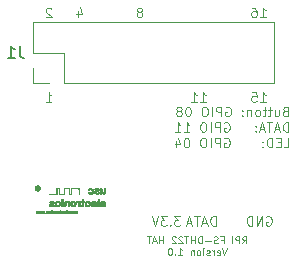
<source format=gbr>
G04 #@! TF.GenerationSoftware,KiCad,Pcbnew,(5.1.2)-1*
G04 #@! TF.CreationDate,2019-04-29T10:05:08+02:00*
G04 #@! TF.ProjectId,RPI FS HAT,52504920-4653-4204-9841-542e6b696361,1*
G04 #@! TF.SameCoordinates,Original*
G04 #@! TF.FileFunction,Legend,Bot*
G04 #@! TF.FilePolarity,Positive*
%FSLAX46Y46*%
G04 Gerber Fmt 4.6, Leading zero omitted, Abs format (unit mm)*
G04 Created by KiCad (PCBNEW (5.1.2)-1) date 2019-04-29 10:05:08*
%MOMM*%
%LPD*%
G04 APERTURE LIST*
%ADD10C,0.100000*%
%ADD11C,0.120000*%
%ADD12C,0.010000*%
%ADD13C,0.150000*%
G04 APERTURE END LIST*
D10*
X195612857Y-73685428D02*
X195812857Y-73399714D01*
X195955714Y-73685428D02*
X195955714Y-73085428D01*
X195727142Y-73085428D01*
X195670000Y-73114000D01*
X195641428Y-73142571D01*
X195612857Y-73199714D01*
X195612857Y-73285428D01*
X195641428Y-73342571D01*
X195670000Y-73371142D01*
X195727142Y-73399714D01*
X195955714Y-73399714D01*
X195355714Y-73685428D02*
X195355714Y-73085428D01*
X195127142Y-73085428D01*
X195070000Y-73114000D01*
X195041428Y-73142571D01*
X195012857Y-73199714D01*
X195012857Y-73285428D01*
X195041428Y-73342571D01*
X195070000Y-73371142D01*
X195127142Y-73399714D01*
X195355714Y-73399714D01*
X194755714Y-73685428D02*
X194755714Y-73085428D01*
X193812857Y-73371142D02*
X194012857Y-73371142D01*
X194012857Y-73685428D02*
X194012857Y-73085428D01*
X193727142Y-73085428D01*
X193527142Y-73656857D02*
X193441428Y-73685428D01*
X193298571Y-73685428D01*
X193241428Y-73656857D01*
X193212857Y-73628285D01*
X193184285Y-73571142D01*
X193184285Y-73514000D01*
X193212857Y-73456857D01*
X193241428Y-73428285D01*
X193298571Y-73399714D01*
X193412857Y-73371142D01*
X193470000Y-73342571D01*
X193498571Y-73314000D01*
X193527142Y-73256857D01*
X193527142Y-73199714D01*
X193498571Y-73142571D01*
X193470000Y-73114000D01*
X193412857Y-73085428D01*
X193270000Y-73085428D01*
X193184285Y-73114000D01*
X192927142Y-73456857D02*
X192470000Y-73456857D01*
X192184285Y-73685428D02*
X192184285Y-73085428D01*
X192041428Y-73085428D01*
X191955714Y-73114000D01*
X191898571Y-73171142D01*
X191870000Y-73228285D01*
X191841428Y-73342571D01*
X191841428Y-73428285D01*
X191870000Y-73542571D01*
X191898571Y-73599714D01*
X191955714Y-73656857D01*
X192041428Y-73685428D01*
X192184285Y-73685428D01*
X191584285Y-73685428D02*
X191584285Y-73085428D01*
X191584285Y-73371142D02*
X191241428Y-73371142D01*
X191241428Y-73685428D02*
X191241428Y-73085428D01*
X191041428Y-73085428D02*
X190698571Y-73085428D01*
X190870000Y-73685428D02*
X190870000Y-73085428D01*
X190527142Y-73142571D02*
X190498571Y-73114000D01*
X190441428Y-73085428D01*
X190298571Y-73085428D01*
X190241428Y-73114000D01*
X190212857Y-73142571D01*
X190184285Y-73199714D01*
X190184285Y-73256857D01*
X190212857Y-73342571D01*
X190555714Y-73685428D01*
X190184285Y-73685428D01*
X189955714Y-73142571D02*
X189927142Y-73114000D01*
X189870000Y-73085428D01*
X189727142Y-73085428D01*
X189670000Y-73114000D01*
X189641428Y-73142571D01*
X189612857Y-73199714D01*
X189612857Y-73256857D01*
X189641428Y-73342571D01*
X189984285Y-73685428D01*
X189612857Y-73685428D01*
X188898571Y-73685428D02*
X188898571Y-73085428D01*
X188898571Y-73371142D02*
X188555714Y-73371142D01*
X188555714Y-73685428D02*
X188555714Y-73085428D01*
X188298571Y-73514000D02*
X188012857Y-73514000D01*
X188355714Y-73685428D02*
X188155714Y-73085428D01*
X187955714Y-73685428D01*
X187841428Y-73085428D02*
X187498571Y-73085428D01*
X187670000Y-73685428D02*
X187670000Y-73085428D01*
X194284285Y-74085428D02*
X194084285Y-74685428D01*
X193884285Y-74085428D01*
X193455714Y-74656857D02*
X193512857Y-74685428D01*
X193627142Y-74685428D01*
X193684285Y-74656857D01*
X193712857Y-74599714D01*
X193712857Y-74371142D01*
X193684285Y-74314000D01*
X193627142Y-74285428D01*
X193512857Y-74285428D01*
X193455714Y-74314000D01*
X193427142Y-74371142D01*
X193427142Y-74428285D01*
X193712857Y-74485428D01*
X193170000Y-74685428D02*
X193170000Y-74285428D01*
X193170000Y-74399714D02*
X193141428Y-74342571D01*
X193112857Y-74314000D01*
X193055714Y-74285428D01*
X192998571Y-74285428D01*
X192827142Y-74656857D02*
X192770000Y-74685428D01*
X192655714Y-74685428D01*
X192598571Y-74656857D01*
X192570000Y-74599714D01*
X192570000Y-74571142D01*
X192598571Y-74514000D01*
X192655714Y-74485428D01*
X192741428Y-74485428D01*
X192798571Y-74456857D01*
X192827142Y-74399714D01*
X192827142Y-74371142D01*
X192798571Y-74314000D01*
X192741428Y-74285428D01*
X192655714Y-74285428D01*
X192598571Y-74314000D01*
X192312857Y-74685428D02*
X192312857Y-74285428D01*
X192312857Y-74085428D02*
X192341428Y-74114000D01*
X192312857Y-74142571D01*
X192284285Y-74114000D01*
X192312857Y-74085428D01*
X192312857Y-74142571D01*
X191941428Y-74685428D02*
X191998571Y-74656857D01*
X192027142Y-74628285D01*
X192055714Y-74571142D01*
X192055714Y-74399714D01*
X192027142Y-74342571D01*
X191998571Y-74314000D01*
X191941428Y-74285428D01*
X191855714Y-74285428D01*
X191798571Y-74314000D01*
X191770000Y-74342571D01*
X191741428Y-74399714D01*
X191741428Y-74571142D01*
X191770000Y-74628285D01*
X191798571Y-74656857D01*
X191855714Y-74685428D01*
X191941428Y-74685428D01*
X191484285Y-74285428D02*
X191484285Y-74685428D01*
X191484285Y-74342571D02*
X191455714Y-74314000D01*
X191398571Y-74285428D01*
X191312857Y-74285428D01*
X191255714Y-74314000D01*
X191227142Y-74371142D01*
X191227142Y-74685428D01*
X190170000Y-74685428D02*
X190512857Y-74685428D01*
X190341428Y-74685428D02*
X190341428Y-74085428D01*
X190398571Y-74171142D01*
X190455714Y-74228285D01*
X190512857Y-74256857D01*
X189912857Y-74628285D02*
X189884285Y-74656857D01*
X189912857Y-74685428D01*
X189941428Y-74656857D01*
X189912857Y-74628285D01*
X189912857Y-74685428D01*
X189512857Y-74085428D02*
X189455714Y-74085428D01*
X189398571Y-74114000D01*
X189370000Y-74142571D01*
X189341428Y-74199714D01*
X189312857Y-74314000D01*
X189312857Y-74456857D01*
X189341428Y-74571142D01*
X189370000Y-74628285D01*
X189398571Y-74656857D01*
X189455714Y-74685428D01*
X189512857Y-74685428D01*
X189570000Y-74656857D01*
X189598571Y-74628285D01*
X189627142Y-74571142D01*
X189655714Y-74456857D01*
X189655714Y-74314000D01*
X189627142Y-74199714D01*
X189598571Y-74142571D01*
X189570000Y-74114000D01*
X189512857Y-74085428D01*
D11*
X181662571Y-53994071D02*
X181662571Y-54527404D01*
X181853047Y-53689309D02*
X182043523Y-54260738D01*
X181548285Y-54260738D01*
X199235857Y-62503857D02*
X199121571Y-62541952D01*
X199083476Y-62580047D01*
X199045380Y-62656238D01*
X199045380Y-62770523D01*
X199083476Y-62846714D01*
X199121571Y-62884809D01*
X199197761Y-62922904D01*
X199502523Y-62922904D01*
X199502523Y-62122904D01*
X199235857Y-62122904D01*
X199159666Y-62161000D01*
X199121571Y-62199095D01*
X199083476Y-62275285D01*
X199083476Y-62351476D01*
X199121571Y-62427666D01*
X199159666Y-62465761D01*
X199235857Y-62503857D01*
X199502523Y-62503857D01*
X198359666Y-62389571D02*
X198359666Y-62922904D01*
X198702523Y-62389571D02*
X198702523Y-62808619D01*
X198664428Y-62884809D01*
X198588238Y-62922904D01*
X198473952Y-62922904D01*
X198397761Y-62884809D01*
X198359666Y-62846714D01*
X198093000Y-62389571D02*
X197788238Y-62389571D01*
X197978714Y-62122904D02*
X197978714Y-62808619D01*
X197940619Y-62884809D01*
X197864428Y-62922904D01*
X197788238Y-62922904D01*
X197635857Y-62389571D02*
X197331095Y-62389571D01*
X197521571Y-62122904D02*
X197521571Y-62808619D01*
X197483476Y-62884809D01*
X197407285Y-62922904D01*
X197331095Y-62922904D01*
X196950142Y-62922904D02*
X197026333Y-62884809D01*
X197064428Y-62846714D01*
X197102523Y-62770523D01*
X197102523Y-62541952D01*
X197064428Y-62465761D01*
X197026333Y-62427666D01*
X196950142Y-62389571D01*
X196835857Y-62389571D01*
X196759666Y-62427666D01*
X196721571Y-62465761D01*
X196683476Y-62541952D01*
X196683476Y-62770523D01*
X196721571Y-62846714D01*
X196759666Y-62884809D01*
X196835857Y-62922904D01*
X196950142Y-62922904D01*
X196340619Y-62389571D02*
X196340619Y-62922904D01*
X196340619Y-62465761D02*
X196302523Y-62427666D01*
X196226333Y-62389571D01*
X196112047Y-62389571D01*
X196035857Y-62427666D01*
X195997761Y-62503857D01*
X195997761Y-62922904D01*
X195616809Y-62846714D02*
X195578714Y-62884809D01*
X195616809Y-62922904D01*
X195654904Y-62884809D01*
X195616809Y-62846714D01*
X195616809Y-62922904D01*
X195616809Y-62427666D02*
X195578714Y-62465761D01*
X195616809Y-62503857D01*
X195654904Y-62465761D01*
X195616809Y-62427666D01*
X195616809Y-62503857D01*
X194207285Y-62161000D02*
X194283476Y-62122904D01*
X194397761Y-62122904D01*
X194512047Y-62161000D01*
X194588238Y-62237190D01*
X194626333Y-62313380D01*
X194664428Y-62465761D01*
X194664428Y-62580047D01*
X194626333Y-62732428D01*
X194588238Y-62808619D01*
X194512047Y-62884809D01*
X194397761Y-62922904D01*
X194321571Y-62922904D01*
X194207285Y-62884809D01*
X194169190Y-62846714D01*
X194169190Y-62580047D01*
X194321571Y-62580047D01*
X193826333Y-62922904D02*
X193826333Y-62122904D01*
X193521571Y-62122904D01*
X193445380Y-62161000D01*
X193407285Y-62199095D01*
X193369190Y-62275285D01*
X193369190Y-62389571D01*
X193407285Y-62465761D01*
X193445380Y-62503857D01*
X193521571Y-62541952D01*
X193826333Y-62541952D01*
X193026333Y-62922904D02*
X193026333Y-62122904D01*
X192493000Y-62122904D02*
X192340619Y-62122904D01*
X192264428Y-62161000D01*
X192188238Y-62237190D01*
X192150142Y-62389571D01*
X192150142Y-62656238D01*
X192188238Y-62808619D01*
X192264428Y-62884809D01*
X192340619Y-62922904D01*
X192493000Y-62922904D01*
X192569190Y-62884809D01*
X192645380Y-62808619D01*
X192683476Y-62656238D01*
X192683476Y-62389571D01*
X192645380Y-62237190D01*
X192569190Y-62161000D01*
X192493000Y-62122904D01*
X191045380Y-62122904D02*
X190969190Y-62122904D01*
X190893000Y-62161000D01*
X190854904Y-62199095D01*
X190816809Y-62275285D01*
X190778714Y-62427666D01*
X190778714Y-62618142D01*
X190816809Y-62770523D01*
X190854904Y-62846714D01*
X190893000Y-62884809D01*
X190969190Y-62922904D01*
X191045380Y-62922904D01*
X191121571Y-62884809D01*
X191159666Y-62846714D01*
X191197761Y-62770523D01*
X191235857Y-62618142D01*
X191235857Y-62427666D01*
X191197761Y-62275285D01*
X191159666Y-62199095D01*
X191121571Y-62161000D01*
X191045380Y-62122904D01*
X190321571Y-62465761D02*
X190397761Y-62427666D01*
X190435857Y-62389571D01*
X190473952Y-62313380D01*
X190473952Y-62275285D01*
X190435857Y-62199095D01*
X190397761Y-62161000D01*
X190321571Y-62122904D01*
X190169190Y-62122904D01*
X190093000Y-62161000D01*
X190054904Y-62199095D01*
X190016809Y-62275285D01*
X190016809Y-62313380D01*
X190054904Y-62389571D01*
X190093000Y-62427666D01*
X190169190Y-62465761D01*
X190321571Y-62465761D01*
X190397761Y-62503857D01*
X190435857Y-62541952D01*
X190473952Y-62618142D01*
X190473952Y-62770523D01*
X190435857Y-62846714D01*
X190397761Y-62884809D01*
X190321571Y-62922904D01*
X190169190Y-62922904D01*
X190093000Y-62884809D01*
X190054904Y-62846714D01*
X190016809Y-62770523D01*
X190016809Y-62618142D01*
X190054904Y-62541952D01*
X190093000Y-62503857D01*
X190169190Y-62465761D01*
X199502523Y-64242904D02*
X199502523Y-63442904D01*
X199312047Y-63442904D01*
X199197761Y-63481000D01*
X199121571Y-63557190D01*
X199083476Y-63633380D01*
X199045380Y-63785761D01*
X199045380Y-63900047D01*
X199083476Y-64052428D01*
X199121571Y-64128619D01*
X199197761Y-64204809D01*
X199312047Y-64242904D01*
X199502523Y-64242904D01*
X198740619Y-64014333D02*
X198359666Y-64014333D01*
X198816809Y-64242904D02*
X198550142Y-63442904D01*
X198283476Y-64242904D01*
X198131095Y-63442904D02*
X197673952Y-63442904D01*
X197902523Y-64242904D02*
X197902523Y-63442904D01*
X197445380Y-64014333D02*
X197064428Y-64014333D01*
X197521571Y-64242904D02*
X197254904Y-63442904D01*
X196988238Y-64242904D01*
X196721571Y-64166714D02*
X196683476Y-64204809D01*
X196721571Y-64242904D01*
X196759666Y-64204809D01*
X196721571Y-64166714D01*
X196721571Y-64242904D01*
X196721571Y-63747666D02*
X196683476Y-63785761D01*
X196721571Y-63823857D01*
X196759666Y-63785761D01*
X196721571Y-63747666D01*
X196721571Y-63823857D01*
X194093000Y-63481000D02*
X194169190Y-63442904D01*
X194283476Y-63442904D01*
X194397761Y-63481000D01*
X194473952Y-63557190D01*
X194512047Y-63633380D01*
X194550142Y-63785761D01*
X194550142Y-63900047D01*
X194512047Y-64052428D01*
X194473952Y-64128619D01*
X194397761Y-64204809D01*
X194283476Y-64242904D01*
X194207285Y-64242904D01*
X194093000Y-64204809D01*
X194054904Y-64166714D01*
X194054904Y-63900047D01*
X194207285Y-63900047D01*
X193712047Y-64242904D02*
X193712047Y-63442904D01*
X193407285Y-63442904D01*
X193331095Y-63481000D01*
X193293000Y-63519095D01*
X193254904Y-63595285D01*
X193254904Y-63709571D01*
X193293000Y-63785761D01*
X193331095Y-63823857D01*
X193407285Y-63861952D01*
X193712047Y-63861952D01*
X192912047Y-64242904D02*
X192912047Y-63442904D01*
X192378714Y-63442904D02*
X192226333Y-63442904D01*
X192150142Y-63481000D01*
X192073952Y-63557190D01*
X192035857Y-63709571D01*
X192035857Y-63976238D01*
X192073952Y-64128619D01*
X192150142Y-64204809D01*
X192226333Y-64242904D01*
X192378714Y-64242904D01*
X192454904Y-64204809D01*
X192531095Y-64128619D01*
X192569190Y-63976238D01*
X192569190Y-63709571D01*
X192531095Y-63557190D01*
X192454904Y-63481000D01*
X192378714Y-63442904D01*
X190664428Y-64242904D02*
X191121571Y-64242904D01*
X190893000Y-64242904D02*
X190893000Y-63442904D01*
X190969190Y-63557190D01*
X191045380Y-63633380D01*
X191121571Y-63671476D01*
X189902523Y-64242904D02*
X190359666Y-64242904D01*
X190131095Y-64242904D02*
X190131095Y-63442904D01*
X190207285Y-63557190D01*
X190283476Y-63633380D01*
X190359666Y-63671476D01*
X199121571Y-65562904D02*
X199502523Y-65562904D01*
X199502523Y-64762904D01*
X198854904Y-65143857D02*
X198588238Y-65143857D01*
X198473952Y-65562904D02*
X198854904Y-65562904D01*
X198854904Y-64762904D01*
X198473952Y-64762904D01*
X198131095Y-65562904D02*
X198131095Y-64762904D01*
X197940619Y-64762904D01*
X197826333Y-64801000D01*
X197750142Y-64877190D01*
X197712047Y-64953380D01*
X197673952Y-65105761D01*
X197673952Y-65220047D01*
X197712047Y-65372428D01*
X197750142Y-65448619D01*
X197826333Y-65524809D01*
X197940619Y-65562904D01*
X198131095Y-65562904D01*
X197331095Y-65486714D02*
X197293000Y-65524809D01*
X197331095Y-65562904D01*
X197369190Y-65524809D01*
X197331095Y-65486714D01*
X197331095Y-65562904D01*
X197331095Y-65067666D02*
X197293000Y-65105761D01*
X197331095Y-65143857D01*
X197369190Y-65105761D01*
X197331095Y-65067666D01*
X197331095Y-65143857D01*
X194093000Y-64801000D02*
X194169190Y-64762904D01*
X194283476Y-64762904D01*
X194397761Y-64801000D01*
X194473952Y-64877190D01*
X194512047Y-64953380D01*
X194550142Y-65105761D01*
X194550142Y-65220047D01*
X194512047Y-65372428D01*
X194473952Y-65448619D01*
X194397761Y-65524809D01*
X194283476Y-65562904D01*
X194207285Y-65562904D01*
X194093000Y-65524809D01*
X194054904Y-65486714D01*
X194054904Y-65220047D01*
X194207285Y-65220047D01*
X193712047Y-65562904D02*
X193712047Y-64762904D01*
X193407285Y-64762904D01*
X193331095Y-64801000D01*
X193293000Y-64839095D01*
X193254904Y-64915285D01*
X193254904Y-65029571D01*
X193293000Y-65105761D01*
X193331095Y-65143857D01*
X193407285Y-65181952D01*
X193712047Y-65181952D01*
X192912047Y-65562904D02*
X192912047Y-64762904D01*
X192378714Y-64762904D02*
X192226333Y-64762904D01*
X192150142Y-64801000D01*
X192073952Y-64877190D01*
X192035857Y-65029571D01*
X192035857Y-65296238D01*
X192073952Y-65448619D01*
X192150142Y-65524809D01*
X192226333Y-65562904D01*
X192378714Y-65562904D01*
X192454904Y-65524809D01*
X192531095Y-65448619D01*
X192569190Y-65296238D01*
X192569190Y-65029571D01*
X192531095Y-64877190D01*
X192454904Y-64801000D01*
X192378714Y-64762904D01*
X190931095Y-64762904D02*
X190854904Y-64762904D01*
X190778714Y-64801000D01*
X190740619Y-64839095D01*
X190702523Y-64915285D01*
X190664428Y-65067666D01*
X190664428Y-65258142D01*
X190702523Y-65410523D01*
X190740619Y-65486714D01*
X190778714Y-65524809D01*
X190854904Y-65562904D01*
X190931095Y-65562904D01*
X191007285Y-65524809D01*
X191045380Y-65486714D01*
X191083476Y-65410523D01*
X191121571Y-65258142D01*
X191121571Y-65067666D01*
X191083476Y-64915285D01*
X191045380Y-64839095D01*
X191007285Y-64801000D01*
X190931095Y-64762904D01*
X189978714Y-65029571D02*
X189978714Y-65562904D01*
X190169190Y-64724809D02*
X190359666Y-65296238D01*
X189864428Y-65296238D01*
X193351000Y-72180404D02*
X193351000Y-71380404D01*
X193160523Y-71380404D01*
X193046238Y-71418500D01*
X192970047Y-71494690D01*
X192931952Y-71570880D01*
X192893857Y-71723261D01*
X192893857Y-71837547D01*
X192931952Y-71989928D01*
X192970047Y-72066119D01*
X193046238Y-72142309D01*
X193160523Y-72180404D01*
X193351000Y-72180404D01*
X192589095Y-71951833D02*
X192208142Y-71951833D01*
X192665285Y-72180404D02*
X192398619Y-71380404D01*
X192131952Y-72180404D01*
X191979571Y-71380404D02*
X191522428Y-71380404D01*
X191751000Y-72180404D02*
X191751000Y-71380404D01*
X191293857Y-71951833D02*
X190912904Y-71951833D01*
X191370047Y-72180404D02*
X191103380Y-71380404D01*
X190836714Y-72180404D01*
X197650023Y-71418500D02*
X197726214Y-71380404D01*
X197840500Y-71380404D01*
X197954785Y-71418500D01*
X198030976Y-71494690D01*
X198069071Y-71570880D01*
X198107166Y-71723261D01*
X198107166Y-71837547D01*
X198069071Y-71989928D01*
X198030976Y-72066119D01*
X197954785Y-72142309D01*
X197840500Y-72180404D01*
X197764309Y-72180404D01*
X197650023Y-72142309D01*
X197611928Y-72104214D01*
X197611928Y-71837547D01*
X197764309Y-71837547D01*
X197269071Y-72180404D02*
X197269071Y-71380404D01*
X196811928Y-72180404D01*
X196811928Y-71380404D01*
X196430976Y-72180404D02*
X196430976Y-71380404D01*
X196240500Y-71380404D01*
X196126214Y-71418500D01*
X196050023Y-71494690D01*
X196011928Y-71570880D01*
X195973833Y-71723261D01*
X195973833Y-71837547D01*
X196011928Y-71989928D01*
X196050023Y-72066119D01*
X196126214Y-72142309D01*
X196240500Y-72180404D01*
X196430976Y-72180404D01*
X190347452Y-71380404D02*
X189852214Y-71380404D01*
X190118880Y-71685166D01*
X190004595Y-71685166D01*
X189928404Y-71723261D01*
X189890309Y-71761357D01*
X189852214Y-71837547D01*
X189852214Y-72028023D01*
X189890309Y-72104214D01*
X189928404Y-72142309D01*
X190004595Y-72180404D01*
X190233166Y-72180404D01*
X190309357Y-72142309D01*
X190347452Y-72104214D01*
X189509357Y-72104214D02*
X189471261Y-72142309D01*
X189509357Y-72180404D01*
X189547452Y-72142309D01*
X189509357Y-72104214D01*
X189509357Y-72180404D01*
X189204595Y-71380404D02*
X188709357Y-71380404D01*
X188976023Y-71685166D01*
X188861738Y-71685166D01*
X188785547Y-71723261D01*
X188747452Y-71761357D01*
X188709357Y-71837547D01*
X188709357Y-72028023D01*
X188747452Y-72104214D01*
X188785547Y-72142309D01*
X188861738Y-72180404D01*
X189090309Y-72180404D01*
X189166500Y-72142309D01*
X189204595Y-72104214D01*
X188480785Y-71380404D02*
X188214119Y-72180404D01*
X187947452Y-71380404D01*
X178968428Y-61702904D02*
X179425571Y-61702904D01*
X179197000Y-61702904D02*
X179197000Y-60902904D01*
X179273190Y-61017190D01*
X179349380Y-61093380D01*
X179425571Y-61131476D01*
X197129380Y-54527404D02*
X197586523Y-54527404D01*
X197357952Y-54527404D02*
X197357952Y-53727404D01*
X197434142Y-53841690D01*
X197510333Y-53917880D01*
X197586523Y-53955976D01*
X196443666Y-53727404D02*
X196596047Y-53727404D01*
X196672238Y-53765500D01*
X196710333Y-53803595D01*
X196786523Y-53917880D01*
X196824619Y-54070261D01*
X196824619Y-54375023D01*
X196786523Y-54451214D01*
X196748428Y-54489309D01*
X196672238Y-54527404D01*
X196519857Y-54527404D01*
X196443666Y-54489309D01*
X196405571Y-54451214D01*
X196367476Y-54375023D01*
X196367476Y-54184547D01*
X196405571Y-54108357D01*
X196443666Y-54070261D01*
X196519857Y-54032166D01*
X196672238Y-54032166D01*
X196748428Y-54070261D01*
X196786523Y-54108357D01*
X196824619Y-54184547D01*
X179425571Y-53803595D02*
X179387476Y-53765500D01*
X179311285Y-53727404D01*
X179120809Y-53727404D01*
X179044619Y-53765500D01*
X179006523Y-53803595D01*
X178968428Y-53879785D01*
X178968428Y-53955976D01*
X179006523Y-54070261D01*
X179463666Y-54527404D01*
X178968428Y-54527404D01*
X197129380Y-61702904D02*
X197586523Y-61702904D01*
X197357952Y-61702904D02*
X197357952Y-60902904D01*
X197434142Y-61017190D01*
X197510333Y-61093380D01*
X197586523Y-61131476D01*
X196405571Y-60902904D02*
X196786523Y-60902904D01*
X196824619Y-61283857D01*
X196786523Y-61245761D01*
X196710333Y-61207666D01*
X196519857Y-61207666D01*
X196443666Y-61245761D01*
X196405571Y-61283857D01*
X196367476Y-61360047D01*
X196367476Y-61550523D01*
X196405571Y-61626714D01*
X196443666Y-61664809D01*
X196519857Y-61702904D01*
X196710333Y-61702904D01*
X196786523Y-61664809D01*
X196824619Y-61626714D01*
X186971142Y-54070261D02*
X187047333Y-54032166D01*
X187085428Y-53994071D01*
X187123523Y-53917880D01*
X187123523Y-53879785D01*
X187085428Y-53803595D01*
X187047333Y-53765500D01*
X186971142Y-53727404D01*
X186818761Y-53727404D01*
X186742571Y-53765500D01*
X186704476Y-53803595D01*
X186666380Y-53879785D01*
X186666380Y-53917880D01*
X186704476Y-53994071D01*
X186742571Y-54032166D01*
X186818761Y-54070261D01*
X186971142Y-54070261D01*
X187047333Y-54108357D01*
X187085428Y-54146452D01*
X187123523Y-54222642D01*
X187123523Y-54375023D01*
X187085428Y-54451214D01*
X187047333Y-54489309D01*
X186971142Y-54527404D01*
X186818761Y-54527404D01*
X186742571Y-54489309D01*
X186704476Y-54451214D01*
X186666380Y-54375023D01*
X186666380Y-54222642D01*
X186704476Y-54146452D01*
X186742571Y-54108357D01*
X186818761Y-54070261D01*
X192049380Y-61702904D02*
X192506523Y-61702904D01*
X192277952Y-61702904D02*
X192277952Y-60902904D01*
X192354142Y-61017190D01*
X192430333Y-61093380D01*
X192506523Y-61131476D01*
X191287476Y-61702904D02*
X191744619Y-61702904D01*
X191516047Y-61702904D02*
X191516047Y-60902904D01*
X191592238Y-61017190D01*
X191668428Y-61093380D01*
X191744619Y-61131476D01*
D12*
G36*
X181460856Y-70930957D02*
G01*
X181454896Y-70937842D01*
X181451625Y-70953925D01*
X181450252Y-70982974D01*
X181449980Y-71026020D01*
X181450287Y-71070880D01*
X181451737Y-71099193D01*
X181455123Y-71114727D01*
X181461238Y-71121252D01*
X181470300Y-71122540D01*
X181486808Y-71118137D01*
X181490620Y-71112022D01*
X181496840Y-71106694D01*
X181510273Y-71112022D01*
X181542219Y-71121379D01*
X181576501Y-71120229D01*
X181603745Y-71109139D01*
X181607142Y-71106167D01*
X181615882Y-71092343D01*
X181620343Y-71069941D01*
X181621197Y-71034253D01*
X181620567Y-71012187D01*
X181618555Y-70972716D01*
X181615405Y-70949413D01*
X181609872Y-70938123D01*
X181600711Y-70934696D01*
X181597300Y-70934580D01*
X181586133Y-70936907D01*
X181579515Y-70946862D01*
X181575857Y-70968909D01*
X181573900Y-71000230D01*
X181568903Y-71049687D01*
X181559219Y-71079724D01*
X181544461Y-71090783D01*
X181524240Y-71083304D01*
X181510940Y-71071740D01*
X181498530Y-71053912D01*
X181492279Y-71028279D01*
X181490620Y-70990460D01*
X181489879Y-70956412D01*
X181486622Y-70938015D01*
X181479301Y-70930620D01*
X181470300Y-70929500D01*
X181460856Y-70930957D01*
X181460856Y-70930957D01*
G37*
X181460856Y-70930957D02*
X181454896Y-70937842D01*
X181451625Y-70953925D01*
X181450252Y-70982974D01*
X181449980Y-71026020D01*
X181450287Y-71070880D01*
X181451737Y-71099193D01*
X181455123Y-71114727D01*
X181461238Y-71121252D01*
X181470300Y-71122540D01*
X181486808Y-71118137D01*
X181490620Y-71112022D01*
X181496840Y-71106694D01*
X181510273Y-71112022D01*
X181542219Y-71121379D01*
X181576501Y-71120229D01*
X181603745Y-71109139D01*
X181607142Y-71106167D01*
X181615882Y-71092343D01*
X181620343Y-71069941D01*
X181621197Y-71034253D01*
X181620567Y-71012187D01*
X181618555Y-70972716D01*
X181615405Y-70949413D01*
X181609872Y-70938123D01*
X181600711Y-70934696D01*
X181597300Y-70934580D01*
X181586133Y-70936907D01*
X181579515Y-70946862D01*
X181575857Y-70968909D01*
X181573900Y-71000230D01*
X181568903Y-71049687D01*
X181559219Y-71079724D01*
X181544461Y-71090783D01*
X181524240Y-71083304D01*
X181510940Y-71071740D01*
X181498530Y-71053912D01*
X181492279Y-71028279D01*
X181490620Y-70990460D01*
X181489879Y-70956412D01*
X181486622Y-70938015D01*
X181479301Y-70930620D01*
X181470300Y-70929500D01*
X181460856Y-70930957D01*
G36*
X181289703Y-70933751D02*
G01*
X181262747Y-70949052D01*
X181261803Y-70950060D01*
X181249642Y-70970286D01*
X181253714Y-70982227D01*
X181270820Y-70983531D01*
X181294278Y-70973917D01*
X181320737Y-70964013D01*
X181343853Y-70963853D01*
X181357290Y-70972964D01*
X181358540Y-70978708D01*
X181349788Y-70986902D01*
X181327215Y-70998360D01*
X181305432Y-71007005D01*
X181265039Y-71027029D01*
X181242238Y-71050875D01*
X181237949Y-71076919D01*
X181251582Y-71101912D01*
X181275964Y-71116350D01*
X181310767Y-71123146D01*
X181347946Y-71122182D01*
X181379458Y-71113341D01*
X181392526Y-71103959D01*
X181407446Y-71081032D01*
X181406437Y-71066453D01*
X181392804Y-71062015D01*
X181369850Y-71069509D01*
X181351437Y-71081676D01*
X181329195Y-71094854D01*
X181310579Y-71093337D01*
X181306037Y-71091148D01*
X181290915Y-71077192D01*
X181295640Y-71062787D01*
X181319778Y-71048678D01*
X181333918Y-71043559D01*
X181365979Y-71028541D01*
X181392447Y-71008112D01*
X181407665Y-70987104D01*
X181409340Y-70979174D01*
X181402819Y-70966036D01*
X181389020Y-70949820D01*
X181361259Y-70934119D01*
X181325347Y-70928768D01*
X181289703Y-70933751D01*
X181289703Y-70933751D01*
G37*
X181289703Y-70933751D02*
X181262747Y-70949052D01*
X181261803Y-70950060D01*
X181249642Y-70970286D01*
X181253714Y-70982227D01*
X181270820Y-70983531D01*
X181294278Y-70973917D01*
X181320737Y-70964013D01*
X181343853Y-70963853D01*
X181357290Y-70972964D01*
X181358540Y-70978708D01*
X181349788Y-70986902D01*
X181327215Y-70998360D01*
X181305432Y-71007005D01*
X181265039Y-71027029D01*
X181242238Y-71050875D01*
X181237949Y-71076919D01*
X181251582Y-71101912D01*
X181275964Y-71116350D01*
X181310767Y-71123146D01*
X181347946Y-71122182D01*
X181379458Y-71113341D01*
X181392526Y-71103959D01*
X181407446Y-71081032D01*
X181406437Y-71066453D01*
X181392804Y-71062015D01*
X181369850Y-71069509D01*
X181351437Y-71081676D01*
X181329195Y-71094854D01*
X181310579Y-71093337D01*
X181306037Y-71091148D01*
X181290915Y-71077192D01*
X181295640Y-71062787D01*
X181319778Y-71048678D01*
X181333918Y-71043559D01*
X181365979Y-71028541D01*
X181392447Y-71008112D01*
X181407665Y-70987104D01*
X181409340Y-70979174D01*
X181402819Y-70966036D01*
X181389020Y-70949820D01*
X181361259Y-70934119D01*
X181325347Y-70928768D01*
X181289703Y-70933751D01*
G36*
X181068931Y-70935192D02*
G01*
X181041218Y-70948570D01*
X181025216Y-70969273D01*
X181023260Y-70980876D01*
X181027703Y-70997200D01*
X181042007Y-70998041D01*
X181067638Y-70983354D01*
X181073253Y-70979290D01*
X181096088Y-70965601D01*
X181113847Y-70965187D01*
X181123522Y-70969423D01*
X181144953Y-70991266D01*
X181153132Y-71022488D01*
X181146440Y-71055805D01*
X181143863Y-71060875D01*
X181122433Y-71084053D01*
X181096943Y-71088819D01*
X181071608Y-71074533D01*
X181069385Y-71072187D01*
X181051017Y-71056719D01*
X181037525Y-71051420D01*
X181020692Y-71057723D01*
X181018935Y-71073972D01*
X181032547Y-71096172D01*
X181034127Y-71097892D01*
X181055635Y-71114672D01*
X181083259Y-71121544D01*
X181103772Y-71122216D01*
X181135996Y-71119218D01*
X181161652Y-71112073D01*
X181167641Y-71108688D01*
X181191426Y-71078999D01*
X181201943Y-71040632D01*
X181199140Y-71000341D01*
X181182967Y-70964882D01*
X181168833Y-70950260D01*
X181138089Y-70934912D01*
X181103005Y-70930265D01*
X181068931Y-70935192D01*
X181068931Y-70935192D01*
G37*
X181068931Y-70935192D02*
X181041218Y-70948570D01*
X181025216Y-70969273D01*
X181023260Y-70980876D01*
X181027703Y-70997200D01*
X181042007Y-70998041D01*
X181067638Y-70983354D01*
X181073253Y-70979290D01*
X181096088Y-70965601D01*
X181113847Y-70965187D01*
X181123522Y-70969423D01*
X181144953Y-70991266D01*
X181153132Y-71022488D01*
X181146440Y-71055805D01*
X181143863Y-71060875D01*
X181122433Y-71084053D01*
X181096943Y-71088819D01*
X181071608Y-71074533D01*
X181069385Y-71072187D01*
X181051017Y-71056719D01*
X181037525Y-71051420D01*
X181020692Y-71057723D01*
X181018935Y-71073972D01*
X181032547Y-71096172D01*
X181034127Y-71097892D01*
X181055635Y-71114672D01*
X181083259Y-71121544D01*
X181103772Y-71122216D01*
X181135996Y-71119218D01*
X181161652Y-71112073D01*
X181167641Y-71108688D01*
X181191426Y-71078999D01*
X181201943Y-71040632D01*
X181199140Y-71000341D01*
X181182967Y-70964882D01*
X181168833Y-70950260D01*
X181138089Y-70934912D01*
X181103005Y-70930265D01*
X181068931Y-70935192D01*
G36*
X180850197Y-70934467D02*
G01*
X180818591Y-70950610D01*
X180796713Y-70975617D01*
X180789580Y-71004151D01*
X180793038Y-71022426D01*
X180805760Y-71033714D01*
X180831275Y-71039495D01*
X180873107Y-71041249D01*
X180878011Y-71041260D01*
X180909857Y-71041612D01*
X180925025Y-71044017D01*
X180927155Y-71050496D01*
X180919889Y-71063070D01*
X180919195Y-71064120D01*
X180894913Y-71085746D01*
X180864458Y-71088586D01*
X180835380Y-71075937D01*
X180811060Y-71065470D01*
X180796689Y-71068787D01*
X180795691Y-71082624D01*
X180808884Y-71101204D01*
X180839030Y-71118510D01*
X180877643Y-71124046D01*
X180916787Y-71118031D01*
X180948526Y-71100687D01*
X180952063Y-71097222D01*
X180969304Y-71070909D01*
X180975628Y-71036521D01*
X180975847Y-71026020D01*
X180973195Y-71001816D01*
X180927333Y-71001816D01*
X180925074Y-71008499D01*
X180908695Y-71010609D01*
X180887340Y-71010780D01*
X180855704Y-71008536D01*
X180841620Y-71001347D01*
X180840380Y-70996784D01*
X180849056Y-70976778D01*
X180869149Y-70963324D01*
X180886939Y-70961681D01*
X180905188Y-70972255D01*
X180919146Y-70987920D01*
X180927333Y-71001816D01*
X180973195Y-71001816D01*
X180971720Y-70988365D01*
X180957385Y-70960905D01*
X180952063Y-70954817D01*
X180922065Y-70935013D01*
X180886399Y-70928749D01*
X180850197Y-70934467D01*
X180850197Y-70934467D01*
G37*
X180850197Y-70934467D02*
X180818591Y-70950610D01*
X180796713Y-70975617D01*
X180789580Y-71004151D01*
X180793038Y-71022426D01*
X180805760Y-71033714D01*
X180831275Y-71039495D01*
X180873107Y-71041249D01*
X180878011Y-71041260D01*
X180909857Y-71041612D01*
X180925025Y-71044017D01*
X180927155Y-71050496D01*
X180919889Y-71063070D01*
X180919195Y-71064120D01*
X180894913Y-71085746D01*
X180864458Y-71088586D01*
X180835380Y-71075937D01*
X180811060Y-71065470D01*
X180796689Y-71068787D01*
X180795691Y-71082624D01*
X180808884Y-71101204D01*
X180839030Y-71118510D01*
X180877643Y-71124046D01*
X180916787Y-71118031D01*
X180948526Y-71100687D01*
X180952063Y-71097222D01*
X180969304Y-71070909D01*
X180975628Y-71036521D01*
X180975847Y-71026020D01*
X180973195Y-71001816D01*
X180927333Y-71001816D01*
X180925074Y-71008499D01*
X180908695Y-71010609D01*
X180887340Y-71010780D01*
X180855704Y-71008536D01*
X180841620Y-71001347D01*
X180840380Y-70996784D01*
X180849056Y-70976778D01*
X180869149Y-70963324D01*
X180886939Y-70961681D01*
X180905188Y-70972255D01*
X180919146Y-70987920D01*
X180927333Y-71001816D01*
X180973195Y-71001816D01*
X180971720Y-70988365D01*
X180957385Y-70960905D01*
X180952063Y-70954817D01*
X180922065Y-70935013D01*
X180886399Y-70928749D01*
X180850197Y-70934467D01*
G36*
X180710732Y-70855901D02*
G01*
X180703990Y-70874212D01*
X180700517Y-70908470D01*
X180699843Y-70960403D01*
X180700354Y-70991137D01*
X180701980Y-71045095D01*
X180704269Y-71081863D01*
X180707671Y-71104573D01*
X180712637Y-71116354D01*
X180718956Y-71120227D01*
X180737019Y-71118960D01*
X180741816Y-71116117D01*
X180745998Y-71101851D01*
X180748550Y-71072476D01*
X180749589Y-71033018D01*
X180749229Y-70988504D01*
X180747588Y-70943961D01*
X180744781Y-70904415D01*
X180740925Y-70874893D01*
X180736136Y-70860422D01*
X180735900Y-70860205D01*
X180721212Y-70851808D01*
X180710732Y-70855901D01*
X180710732Y-70855901D01*
G37*
X180710732Y-70855901D02*
X180703990Y-70874212D01*
X180700517Y-70908470D01*
X180699843Y-70960403D01*
X180700354Y-70991137D01*
X180701980Y-71045095D01*
X180704269Y-71081863D01*
X180707671Y-71104573D01*
X180712637Y-71116354D01*
X180718956Y-71120227D01*
X180737019Y-71118960D01*
X180741816Y-71116117D01*
X180745998Y-71101851D01*
X180748550Y-71072476D01*
X180749589Y-71033018D01*
X180749229Y-70988504D01*
X180747588Y-70943961D01*
X180744781Y-70904415D01*
X180740925Y-70874893D01*
X180736136Y-70860422D01*
X180735900Y-70860205D01*
X180721212Y-70851808D01*
X180710732Y-70855901D01*
G36*
X180525077Y-70934467D02*
G01*
X180493471Y-70950610D01*
X180471593Y-70975617D01*
X180464460Y-71004151D01*
X180467918Y-71022426D01*
X180480640Y-71033714D01*
X180506155Y-71039495D01*
X180547987Y-71041249D01*
X180552891Y-71041260D01*
X180584737Y-71041612D01*
X180599905Y-71044017D01*
X180602035Y-71050496D01*
X180594769Y-71063070D01*
X180594075Y-71064120D01*
X180569793Y-71085746D01*
X180539338Y-71088586D01*
X180510260Y-71075937D01*
X180485940Y-71065470D01*
X180471569Y-71068787D01*
X180470571Y-71082624D01*
X180483764Y-71101204D01*
X180513910Y-71118510D01*
X180552523Y-71124046D01*
X180591667Y-71118031D01*
X180623406Y-71100687D01*
X180626943Y-71097222D01*
X180644184Y-71070909D01*
X180650508Y-71036521D01*
X180650727Y-71026020D01*
X180648075Y-71001816D01*
X180602213Y-71001816D01*
X180599954Y-71008499D01*
X180583575Y-71010609D01*
X180562220Y-71010780D01*
X180530584Y-71008536D01*
X180516500Y-71001347D01*
X180515260Y-70996784D01*
X180523936Y-70976778D01*
X180544029Y-70963324D01*
X180561819Y-70961681D01*
X180580068Y-70972255D01*
X180594026Y-70987920D01*
X180602213Y-71001816D01*
X180648075Y-71001816D01*
X180646600Y-70988365D01*
X180632265Y-70960905D01*
X180626943Y-70954817D01*
X180596945Y-70935013D01*
X180561279Y-70928749D01*
X180525077Y-70934467D01*
X180525077Y-70934467D01*
G37*
X180525077Y-70934467D02*
X180493471Y-70950610D01*
X180471593Y-70975617D01*
X180464460Y-71004151D01*
X180467918Y-71022426D01*
X180480640Y-71033714D01*
X180506155Y-71039495D01*
X180547987Y-71041249D01*
X180552891Y-71041260D01*
X180584737Y-71041612D01*
X180599905Y-71044017D01*
X180602035Y-71050496D01*
X180594769Y-71063070D01*
X180594075Y-71064120D01*
X180569793Y-71085746D01*
X180539338Y-71088586D01*
X180510260Y-71075937D01*
X180485940Y-71065470D01*
X180471569Y-71068787D01*
X180470571Y-71082624D01*
X180483764Y-71101204D01*
X180513910Y-71118510D01*
X180552523Y-71124046D01*
X180591667Y-71118031D01*
X180623406Y-71100687D01*
X180626943Y-71097222D01*
X180644184Y-71070909D01*
X180650508Y-71036521D01*
X180650727Y-71026020D01*
X180648075Y-71001816D01*
X180602213Y-71001816D01*
X180599954Y-71008499D01*
X180583575Y-71010609D01*
X180562220Y-71010780D01*
X180530584Y-71008536D01*
X180516500Y-71001347D01*
X180515260Y-70996784D01*
X180523936Y-70976778D01*
X180544029Y-70963324D01*
X180561819Y-70961681D01*
X180580068Y-70972255D01*
X180594026Y-70987920D01*
X180602213Y-71001816D01*
X180648075Y-71001816D01*
X180646600Y-70988365D01*
X180632265Y-70960905D01*
X180626943Y-70954817D01*
X180596945Y-70935013D01*
X180561279Y-70928749D01*
X180525077Y-70934467D01*
G36*
X180296771Y-70935192D02*
G01*
X180269058Y-70948570D01*
X180253056Y-70969273D01*
X180251100Y-70980876D01*
X180255543Y-70997200D01*
X180269847Y-70998041D01*
X180295478Y-70983354D01*
X180301093Y-70979290D01*
X180323928Y-70965601D01*
X180341687Y-70965187D01*
X180351362Y-70969423D01*
X180372793Y-70991266D01*
X180380972Y-71022488D01*
X180374280Y-71055805D01*
X180371703Y-71060875D01*
X180350273Y-71084053D01*
X180324783Y-71088819D01*
X180299448Y-71074533D01*
X180297225Y-71072187D01*
X180278857Y-71056719D01*
X180265365Y-71051420D01*
X180248532Y-71057723D01*
X180246775Y-71073972D01*
X180260387Y-71096172D01*
X180261967Y-71097892D01*
X180283475Y-71114672D01*
X180311099Y-71121544D01*
X180331612Y-71122216D01*
X180363836Y-71119218D01*
X180389492Y-71112073D01*
X180395481Y-71108688D01*
X180419266Y-71078999D01*
X180429783Y-71040632D01*
X180426980Y-71000341D01*
X180410807Y-70964882D01*
X180396673Y-70950260D01*
X180365929Y-70934912D01*
X180330845Y-70930265D01*
X180296771Y-70935192D01*
X180296771Y-70935192D01*
G37*
X180296771Y-70935192D02*
X180269058Y-70948570D01*
X180253056Y-70969273D01*
X180251100Y-70980876D01*
X180255543Y-70997200D01*
X180269847Y-70998041D01*
X180295478Y-70983354D01*
X180301093Y-70979290D01*
X180323928Y-70965601D01*
X180341687Y-70965187D01*
X180351362Y-70969423D01*
X180372793Y-70991266D01*
X180380972Y-71022488D01*
X180374280Y-71055805D01*
X180371703Y-71060875D01*
X180350273Y-71084053D01*
X180324783Y-71088819D01*
X180299448Y-71074533D01*
X180297225Y-71072187D01*
X180278857Y-71056719D01*
X180265365Y-71051420D01*
X180248532Y-71057723D01*
X180246775Y-71073972D01*
X180260387Y-71096172D01*
X180261967Y-71097892D01*
X180283475Y-71114672D01*
X180311099Y-71121544D01*
X180331612Y-71122216D01*
X180363836Y-71119218D01*
X180389492Y-71112073D01*
X180395481Y-71108688D01*
X180419266Y-71078999D01*
X180429783Y-71040632D01*
X180426980Y-71000341D01*
X180410807Y-70964882D01*
X180396673Y-70950260D01*
X180365929Y-70934912D01*
X180330845Y-70930265D01*
X180296771Y-70935192D01*
G36*
X180149286Y-70868988D02*
G01*
X180142122Y-70888698D01*
X180141314Y-70895443D01*
X180133114Y-70922297D01*
X180117432Y-70932859D01*
X180104098Y-70942140D01*
X180106615Y-70953605D01*
X180122886Y-70959915D01*
X180125185Y-70959980D01*
X180133530Y-70964000D01*
X180137515Y-70978722D01*
X180137900Y-71008138D01*
X180137285Y-71023480D01*
X180134871Y-71058556D01*
X180130601Y-71078181D01*
X180122588Y-71087222D01*
X180111400Y-71090226D01*
X180093527Y-71098263D01*
X180088540Y-71108006D01*
X180097203Y-71117473D01*
X180118224Y-71122210D01*
X180144156Y-71122024D01*
X180167548Y-71116718D01*
X180177948Y-71110348D01*
X180184595Y-71093857D01*
X180188973Y-71063579D01*
X180190140Y-71034652D01*
X180191506Y-70996705D01*
X180196387Y-70974044D01*
X180205957Y-70961770D01*
X180207920Y-70960492D01*
X180220101Y-70950927D01*
X180214979Y-70941669D01*
X180208794Y-70936646D01*
X180195257Y-70917228D01*
X180188474Y-70893458D01*
X180181705Y-70870740D01*
X180166444Y-70863496D01*
X180164740Y-70863460D01*
X180149286Y-70868988D01*
X180149286Y-70868988D01*
G37*
X180149286Y-70868988D02*
X180142122Y-70888698D01*
X180141314Y-70895443D01*
X180133114Y-70922297D01*
X180117432Y-70932859D01*
X180104098Y-70942140D01*
X180106615Y-70953605D01*
X180122886Y-70959915D01*
X180125185Y-70959980D01*
X180133530Y-70964000D01*
X180137515Y-70978722D01*
X180137900Y-71008138D01*
X180137285Y-71023480D01*
X180134871Y-71058556D01*
X180130601Y-71078181D01*
X180122588Y-71087222D01*
X180111400Y-71090226D01*
X180093527Y-71098263D01*
X180088540Y-71108006D01*
X180097203Y-71117473D01*
X180118224Y-71122210D01*
X180144156Y-71122024D01*
X180167548Y-71116718D01*
X180177948Y-71110348D01*
X180184595Y-71093857D01*
X180188973Y-71063579D01*
X180190140Y-71034652D01*
X180191506Y-70996705D01*
X180196387Y-70974044D01*
X180205957Y-70961770D01*
X180207920Y-70960492D01*
X180220101Y-70950927D01*
X180214979Y-70941669D01*
X180208794Y-70936646D01*
X180195257Y-70917228D01*
X180188474Y-70893458D01*
X180181705Y-70870740D01*
X180166444Y-70863496D01*
X180164740Y-70863460D01*
X180149286Y-70868988D01*
G36*
X179941909Y-70938997D02*
G01*
X179937473Y-70943134D01*
X179931159Y-70958913D01*
X179943927Y-70967900D01*
X179967956Y-70970140D01*
X179992269Y-70975631D01*
X180007739Y-70993771D01*
X180015657Y-71027058D01*
X180017420Y-71065992D01*
X180018392Y-71098759D01*
X180022327Y-71115908D01*
X180030760Y-71122093D01*
X180036047Y-71122540D01*
X180055366Y-71119222D01*
X180061447Y-71115766D01*
X180064555Y-71103122D01*
X180066912Y-71075375D01*
X180068133Y-71037741D01*
X180068220Y-71024007D01*
X180067391Y-70979886D01*
X180064487Y-70952352D01*
X180058887Y-70937724D01*
X180052851Y-70933124D01*
X180032561Y-70933877D01*
X180023276Y-70939016D01*
X180008254Y-70945067D01*
X180002485Y-70940153D01*
X179986686Y-70931025D01*
X179963085Y-70930796D01*
X179941909Y-70938997D01*
X179941909Y-70938997D01*
G37*
X179941909Y-70938997D02*
X179937473Y-70943134D01*
X179931159Y-70958913D01*
X179943927Y-70967900D01*
X179967956Y-70970140D01*
X179992269Y-70975631D01*
X180007739Y-70993771D01*
X180015657Y-71027058D01*
X180017420Y-71065992D01*
X180018392Y-71098759D01*
X180022327Y-71115908D01*
X180030760Y-71122093D01*
X180036047Y-71122540D01*
X180055366Y-71119222D01*
X180061447Y-71115766D01*
X180064555Y-71103122D01*
X180066912Y-71075375D01*
X180068133Y-71037741D01*
X180068220Y-71024007D01*
X180067391Y-70979886D01*
X180064487Y-70952352D01*
X180058887Y-70937724D01*
X180052851Y-70933124D01*
X180032561Y-70933877D01*
X180023276Y-70939016D01*
X180008254Y-70945067D01*
X180002485Y-70940153D01*
X179986686Y-70931025D01*
X179963085Y-70930796D01*
X179941909Y-70938997D01*
G36*
X179783150Y-70936782D02*
G01*
X179752415Y-70958586D01*
X179735955Y-70994846D01*
X179732940Y-71026020D01*
X179740199Y-71071644D01*
X179761753Y-71102911D01*
X179797271Y-71119478D01*
X179826459Y-71122216D01*
X179857569Y-71119231D01*
X179881739Y-71112182D01*
X179886221Y-71109516D01*
X179913756Y-71076782D01*
X179924932Y-71036797D01*
X179923047Y-71022914D01*
X179875180Y-71022914D01*
X179868705Y-71056456D01*
X179852262Y-71079086D01*
X179830326Y-71088964D01*
X179807374Y-71084251D01*
X179787879Y-71063108D01*
X179786058Y-71059534D01*
X179778141Y-71025698D01*
X179784256Y-70993765D01*
X179802811Y-70970984D01*
X179805910Y-70969149D01*
X179831522Y-70965177D01*
X179855058Y-70977111D01*
X179871173Y-71000806D01*
X179875180Y-71022914D01*
X179923047Y-71022914D01*
X179919255Y-70995006D01*
X179899677Y-70960759D01*
X179878619Y-70940166D01*
X179855711Y-70931202D01*
X179828096Y-70929500D01*
X179783150Y-70936782D01*
X179783150Y-70936782D01*
G37*
X179783150Y-70936782D02*
X179752415Y-70958586D01*
X179735955Y-70994846D01*
X179732940Y-71026020D01*
X179740199Y-71071644D01*
X179761753Y-71102911D01*
X179797271Y-71119478D01*
X179826459Y-71122216D01*
X179857569Y-71119231D01*
X179881739Y-71112182D01*
X179886221Y-71109516D01*
X179913756Y-71076782D01*
X179924932Y-71036797D01*
X179923047Y-71022914D01*
X179875180Y-71022914D01*
X179868705Y-71056456D01*
X179852262Y-71079086D01*
X179830326Y-71088964D01*
X179807374Y-71084251D01*
X179787879Y-71063108D01*
X179786058Y-71059534D01*
X179778141Y-71025698D01*
X179784256Y-70993765D01*
X179802811Y-70970984D01*
X179805910Y-70969149D01*
X179831522Y-70965177D01*
X179855058Y-70977111D01*
X179871173Y-71000806D01*
X179875180Y-71022914D01*
X179923047Y-71022914D01*
X179919255Y-70995006D01*
X179899677Y-70960759D01*
X179878619Y-70940166D01*
X179855711Y-70931202D01*
X179828096Y-70929500D01*
X179783150Y-70936782D01*
G36*
X179547667Y-70939479D02*
G01*
X179536395Y-70948080D01*
X179526871Y-70965044D01*
X179521534Y-70992625D01*
X179519620Y-71035208D01*
X179519580Y-71044600D01*
X179520089Y-71084212D01*
X179522291Y-71107639D01*
X179527201Y-71119007D01*
X179535833Y-71122438D01*
X179538754Y-71122540D01*
X179549024Y-71119971D01*
X179555437Y-71109455D01*
X179559358Y-71086776D01*
X179561980Y-71050823D01*
X179567023Y-71003959D01*
X179576327Y-70975899D01*
X179590761Y-70965409D01*
X179611196Y-70971260D01*
X179616041Y-70974256D01*
X179628470Y-70987522D01*
X179636292Y-71010501D01*
X179641149Y-71048250D01*
X179641500Y-71052589D01*
X179645058Y-71088194D01*
X179649999Y-71108276D01*
X179658286Y-71117623D01*
X179669440Y-71120706D01*
X179680214Y-71121313D01*
X179686928Y-71116913D01*
X179690541Y-71103761D01*
X179692012Y-71078117D01*
X179692300Y-71036236D01*
X179692300Y-71031487D01*
X179691664Y-70985991D01*
X179689336Y-70956985D01*
X179684691Y-70940665D01*
X179677102Y-70933229D01*
X179676035Y-70932780D01*
X179657766Y-70934338D01*
X179651058Y-70940634D01*
X179640874Y-70949359D01*
X179629732Y-70942115D01*
X179606753Y-70931398D01*
X179576168Y-70930726D01*
X179547667Y-70939479D01*
X179547667Y-70939479D01*
G37*
X179547667Y-70939479D02*
X179536395Y-70948080D01*
X179526871Y-70965044D01*
X179521534Y-70992625D01*
X179519620Y-71035208D01*
X179519580Y-71044600D01*
X179520089Y-71084212D01*
X179522291Y-71107639D01*
X179527201Y-71119007D01*
X179535833Y-71122438D01*
X179538754Y-71122540D01*
X179549024Y-71119971D01*
X179555437Y-71109455D01*
X179559358Y-71086776D01*
X179561980Y-71050823D01*
X179567023Y-71003959D01*
X179576327Y-70975899D01*
X179590761Y-70965409D01*
X179611196Y-70971260D01*
X179616041Y-70974256D01*
X179628470Y-70987522D01*
X179636292Y-71010501D01*
X179641149Y-71048250D01*
X179641500Y-71052589D01*
X179645058Y-71088194D01*
X179649999Y-71108276D01*
X179658286Y-71117623D01*
X179669440Y-71120706D01*
X179680214Y-71121313D01*
X179686928Y-71116913D01*
X179690541Y-71103761D01*
X179692012Y-71078117D01*
X179692300Y-71036236D01*
X179692300Y-71031487D01*
X179691664Y-70985991D01*
X179689336Y-70956985D01*
X179684691Y-70940665D01*
X179677102Y-70933229D01*
X179676035Y-70932780D01*
X179657766Y-70934338D01*
X179651058Y-70940634D01*
X179640874Y-70949359D01*
X179629732Y-70942115D01*
X179606753Y-70931398D01*
X179576168Y-70930726D01*
X179547667Y-70939479D01*
G36*
X179433720Y-70936109D02*
G01*
X179427720Y-70943279D01*
X179424519Y-70959960D01*
X179423255Y-70990021D01*
X179423060Y-71025880D01*
X179423553Y-71069960D01*
X179425522Y-71097643D01*
X179429702Y-71112837D01*
X179436828Y-71119452D01*
X179440871Y-71120611D01*
X179458597Y-71116734D01*
X179464188Y-71109692D01*
X179466441Y-71093168D01*
X179467425Y-71062395D01*
X179466980Y-71023418D01*
X179466697Y-71014961D01*
X179464715Y-70974657D01*
X179461688Y-70950584D01*
X179456432Y-70938657D01*
X179447761Y-70934787D01*
X179443380Y-70934580D01*
X179433720Y-70936109D01*
X179433720Y-70936109D01*
G37*
X179433720Y-70936109D02*
X179427720Y-70943279D01*
X179424519Y-70959960D01*
X179423255Y-70990021D01*
X179423060Y-71025880D01*
X179423553Y-71069960D01*
X179425522Y-71097643D01*
X179429702Y-71112837D01*
X179436828Y-71119452D01*
X179440871Y-71120611D01*
X179458597Y-71116734D01*
X179464188Y-71109692D01*
X179466441Y-71093168D01*
X179467425Y-71062395D01*
X179466980Y-71023418D01*
X179466697Y-71014961D01*
X179464715Y-70974657D01*
X179461688Y-70950584D01*
X179456432Y-70938657D01*
X179447761Y-70934787D01*
X179443380Y-70934580D01*
X179433720Y-70936109D01*
G36*
X179240131Y-70935192D02*
G01*
X179212418Y-70948570D01*
X179196416Y-70969273D01*
X179194460Y-70980876D01*
X179198903Y-70997200D01*
X179213207Y-70998041D01*
X179238838Y-70983354D01*
X179244453Y-70979290D01*
X179267288Y-70965601D01*
X179285047Y-70965187D01*
X179294722Y-70969423D01*
X179316153Y-70991266D01*
X179324332Y-71022488D01*
X179317640Y-71055805D01*
X179315063Y-71060875D01*
X179293633Y-71084053D01*
X179268143Y-71088819D01*
X179242808Y-71074533D01*
X179240585Y-71072187D01*
X179222217Y-71056719D01*
X179208725Y-71051420D01*
X179191892Y-71057723D01*
X179190135Y-71073972D01*
X179203747Y-71096172D01*
X179205327Y-71097892D01*
X179226835Y-71114672D01*
X179254459Y-71121544D01*
X179274972Y-71122216D01*
X179307196Y-71119218D01*
X179332852Y-71112073D01*
X179338841Y-71108688D01*
X179362626Y-71078999D01*
X179373143Y-71040632D01*
X179370340Y-71000341D01*
X179354167Y-70964882D01*
X179340033Y-70950260D01*
X179309289Y-70934912D01*
X179274205Y-70930265D01*
X179240131Y-70935192D01*
X179240131Y-70935192D01*
G37*
X179240131Y-70935192D02*
X179212418Y-70948570D01*
X179196416Y-70969273D01*
X179194460Y-70980876D01*
X179198903Y-70997200D01*
X179213207Y-70998041D01*
X179238838Y-70983354D01*
X179244453Y-70979290D01*
X179267288Y-70965601D01*
X179285047Y-70965187D01*
X179294722Y-70969423D01*
X179316153Y-70991266D01*
X179324332Y-71022488D01*
X179317640Y-71055805D01*
X179315063Y-71060875D01*
X179293633Y-71084053D01*
X179268143Y-71088819D01*
X179242808Y-71074533D01*
X179240585Y-71072187D01*
X179222217Y-71056719D01*
X179208725Y-71051420D01*
X179191892Y-71057723D01*
X179190135Y-71073972D01*
X179203747Y-71096172D01*
X179205327Y-71097892D01*
X179226835Y-71114672D01*
X179254459Y-71121544D01*
X179274972Y-71122216D01*
X179307196Y-71119218D01*
X179332852Y-71112073D01*
X179338841Y-71108688D01*
X179362626Y-71078999D01*
X179373143Y-71040632D01*
X179370340Y-71000341D01*
X179354167Y-70964882D01*
X179340033Y-70950260D01*
X179309289Y-70934912D01*
X179274205Y-70930265D01*
X179240131Y-70935192D01*
G36*
X179034183Y-70933751D02*
G01*
X179007227Y-70949052D01*
X179006283Y-70950060D01*
X178994122Y-70970286D01*
X178998194Y-70982227D01*
X179015300Y-70983531D01*
X179038758Y-70973917D01*
X179065217Y-70964013D01*
X179088333Y-70963853D01*
X179101770Y-70972964D01*
X179103020Y-70978708D01*
X179094268Y-70986902D01*
X179071695Y-70998360D01*
X179049912Y-71007005D01*
X179009519Y-71027029D01*
X178986718Y-71050875D01*
X178982429Y-71076919D01*
X178996062Y-71101912D01*
X179020444Y-71116350D01*
X179055247Y-71123146D01*
X179092426Y-71122182D01*
X179123938Y-71113341D01*
X179137006Y-71103959D01*
X179151926Y-71081032D01*
X179150917Y-71066453D01*
X179137284Y-71062015D01*
X179114330Y-71069509D01*
X179095917Y-71081676D01*
X179073675Y-71094854D01*
X179055059Y-71093337D01*
X179050517Y-71091148D01*
X179035395Y-71077192D01*
X179040120Y-71062787D01*
X179064258Y-71048678D01*
X179078398Y-71043559D01*
X179110459Y-71028541D01*
X179136927Y-71008112D01*
X179152145Y-70987104D01*
X179153820Y-70979174D01*
X179147299Y-70966036D01*
X179133500Y-70949820D01*
X179105739Y-70934119D01*
X179069827Y-70928768D01*
X179034183Y-70933751D01*
X179034183Y-70933751D01*
G37*
X179034183Y-70933751D02*
X179007227Y-70949052D01*
X179006283Y-70950060D01*
X178994122Y-70970286D01*
X178998194Y-70982227D01*
X179015300Y-70983531D01*
X179038758Y-70973917D01*
X179065217Y-70964013D01*
X179088333Y-70963853D01*
X179101770Y-70972964D01*
X179103020Y-70978708D01*
X179094268Y-70986902D01*
X179071695Y-70998360D01*
X179049912Y-71007005D01*
X179009519Y-71027029D01*
X178986718Y-71050875D01*
X178982429Y-71076919D01*
X178996062Y-71101912D01*
X179020444Y-71116350D01*
X179055247Y-71123146D01*
X179092426Y-71122182D01*
X179123938Y-71113341D01*
X179137006Y-71103959D01*
X179151926Y-71081032D01*
X179150917Y-71066453D01*
X179137284Y-71062015D01*
X179114330Y-71069509D01*
X179095917Y-71081676D01*
X179073675Y-71094854D01*
X179055059Y-71093337D01*
X179050517Y-71091148D01*
X179035395Y-71077192D01*
X179040120Y-71062787D01*
X179064258Y-71048678D01*
X179078398Y-71043559D01*
X179110459Y-71028541D01*
X179136927Y-71008112D01*
X179152145Y-70987104D01*
X179153820Y-70979174D01*
X179147299Y-70966036D01*
X179133500Y-70949820D01*
X179105739Y-70934119D01*
X179069827Y-70928768D01*
X179034183Y-70933751D01*
G36*
X178912883Y-71084802D02*
G01*
X178903210Y-71103632D01*
X178911411Y-71117867D01*
X178930900Y-71122540D01*
X178947535Y-71114988D01*
X178950620Y-71102819D01*
X178944423Y-71081197D01*
X178929237Y-71075352D01*
X178912883Y-71084802D01*
X178912883Y-71084802D01*
G37*
X178912883Y-71084802D02*
X178903210Y-71103632D01*
X178911411Y-71117867D01*
X178930900Y-71122540D01*
X178947535Y-71114988D01*
X178950620Y-71102819D01*
X178944423Y-71081197D01*
X178929237Y-71075352D01*
X178912883Y-71084802D01*
G36*
X178711811Y-70935192D02*
G01*
X178684098Y-70948570D01*
X178668096Y-70969273D01*
X178666140Y-70980876D01*
X178670583Y-70997200D01*
X178684887Y-70998041D01*
X178710518Y-70983354D01*
X178716133Y-70979290D01*
X178738968Y-70965601D01*
X178756727Y-70965187D01*
X178766402Y-70969423D01*
X178787833Y-70991266D01*
X178796012Y-71022488D01*
X178789320Y-71055805D01*
X178786743Y-71060875D01*
X178765313Y-71084053D01*
X178739823Y-71088819D01*
X178714488Y-71074533D01*
X178712265Y-71072187D01*
X178693897Y-71056719D01*
X178680405Y-71051420D01*
X178663572Y-71057723D01*
X178661815Y-71073972D01*
X178675427Y-71096172D01*
X178677007Y-71097892D01*
X178698515Y-71114672D01*
X178726139Y-71121544D01*
X178746652Y-71122216D01*
X178778876Y-71119218D01*
X178804532Y-71112073D01*
X178810521Y-71108688D01*
X178834306Y-71078999D01*
X178844823Y-71040632D01*
X178842020Y-71000341D01*
X178825847Y-70964882D01*
X178811713Y-70950260D01*
X178780969Y-70934912D01*
X178745885Y-70930265D01*
X178711811Y-70935192D01*
X178711811Y-70935192D01*
G37*
X178711811Y-70935192D02*
X178684098Y-70948570D01*
X178668096Y-70969273D01*
X178666140Y-70980876D01*
X178670583Y-70997200D01*
X178684887Y-70998041D01*
X178710518Y-70983354D01*
X178716133Y-70979290D01*
X178738968Y-70965601D01*
X178756727Y-70965187D01*
X178766402Y-70969423D01*
X178787833Y-70991266D01*
X178796012Y-71022488D01*
X178789320Y-71055805D01*
X178786743Y-71060875D01*
X178765313Y-71084053D01*
X178739823Y-71088819D01*
X178714488Y-71074533D01*
X178712265Y-71072187D01*
X178693897Y-71056719D01*
X178680405Y-71051420D01*
X178663572Y-71057723D01*
X178661815Y-71073972D01*
X178675427Y-71096172D01*
X178677007Y-71097892D01*
X178698515Y-71114672D01*
X178726139Y-71121544D01*
X178746652Y-71122216D01*
X178778876Y-71119218D01*
X178804532Y-71112073D01*
X178810521Y-71108688D01*
X178834306Y-71078999D01*
X178844823Y-71040632D01*
X178842020Y-71000341D01*
X178825847Y-70964882D01*
X178811713Y-70950260D01*
X178780969Y-70934912D01*
X178745885Y-70930265D01*
X178711811Y-70935192D01*
G36*
X178482670Y-70936782D02*
G01*
X178451935Y-70958586D01*
X178435475Y-70994846D01*
X178432460Y-71026020D01*
X178439719Y-71071644D01*
X178461273Y-71102911D01*
X178496791Y-71119478D01*
X178525979Y-71122216D01*
X178557089Y-71119231D01*
X178581259Y-71112182D01*
X178585741Y-71109516D01*
X178613276Y-71076782D01*
X178624452Y-71036797D01*
X178622567Y-71022914D01*
X178574700Y-71022914D01*
X178568225Y-71056456D01*
X178551782Y-71079086D01*
X178529846Y-71088964D01*
X178506894Y-71084251D01*
X178487399Y-71063108D01*
X178485578Y-71059534D01*
X178477661Y-71025698D01*
X178483776Y-70993765D01*
X178502331Y-70970984D01*
X178505430Y-70969149D01*
X178531042Y-70965177D01*
X178554578Y-70977111D01*
X178570693Y-71000806D01*
X178574700Y-71022914D01*
X178622567Y-71022914D01*
X178618775Y-70995006D01*
X178599197Y-70960759D01*
X178578139Y-70940166D01*
X178555231Y-70931202D01*
X178527616Y-70929500D01*
X178482670Y-70936782D01*
X178482670Y-70936782D01*
G37*
X178482670Y-70936782D02*
X178451935Y-70958586D01*
X178435475Y-70994846D01*
X178432460Y-71026020D01*
X178439719Y-71071644D01*
X178461273Y-71102911D01*
X178496791Y-71119478D01*
X178525979Y-71122216D01*
X178557089Y-71119231D01*
X178581259Y-71112182D01*
X178585741Y-71109516D01*
X178613276Y-71076782D01*
X178624452Y-71036797D01*
X178622567Y-71022914D01*
X178574700Y-71022914D01*
X178568225Y-71056456D01*
X178551782Y-71079086D01*
X178529846Y-71088964D01*
X178506894Y-71084251D01*
X178487399Y-71063108D01*
X178485578Y-71059534D01*
X178477661Y-71025698D01*
X178483776Y-70993765D01*
X178502331Y-70970984D01*
X178505430Y-70969149D01*
X178531042Y-70965177D01*
X178554578Y-70977111D01*
X178570693Y-71000806D01*
X178574700Y-71022914D01*
X178622567Y-71022914D01*
X178618775Y-70995006D01*
X178599197Y-70960759D01*
X178578139Y-70940166D01*
X178555231Y-70931202D01*
X178527616Y-70929500D01*
X178482670Y-70936782D01*
G36*
X178253230Y-70934362D02*
G01*
X178242543Y-70940601D01*
X178226790Y-70946475D01*
X178210699Y-70940601D01*
X178176493Y-70930406D01*
X178143294Y-70933692D01*
X178123306Y-70945465D01*
X178114434Y-70960869D01*
X178109348Y-70987724D01*
X178107409Y-71029929D01*
X178107340Y-71042692D01*
X178107640Y-71082955D01*
X178109313Y-71106864D01*
X178113520Y-71118385D01*
X178121426Y-71121484D01*
X178130200Y-71120706D01*
X178142384Y-71117033D01*
X178149898Y-71107250D01*
X178154464Y-71086781D01*
X178157800Y-71051048D01*
X178158140Y-71046340D01*
X178161265Y-71009151D01*
X178165219Y-70987853D01*
X178171861Y-70978042D01*
X178183052Y-70975315D01*
X178188162Y-70975220D01*
X178206683Y-70980320D01*
X178218809Y-70997456D01*
X178225654Y-71029379D01*
X178228248Y-71074280D01*
X178230208Y-71104054D01*
X178235825Y-71118493D01*
X178247163Y-71122520D01*
X178248493Y-71122540D01*
X178264041Y-71118378D01*
X178273734Y-71103725D01*
X178278698Y-71075328D01*
X178280060Y-71031356D01*
X178282353Y-70991433D01*
X178289353Y-70970444D01*
X178293682Y-70967087D01*
X178313713Y-70965869D01*
X178327923Y-70980938D01*
X178337106Y-71013656D01*
X178341020Y-71048498D01*
X178344407Y-71085388D01*
X178348950Y-71106614D01*
X178356446Y-71116825D01*
X178368695Y-71120668D01*
X178368960Y-71120706D01*
X178379734Y-71121313D01*
X178386448Y-71116913D01*
X178390061Y-71103761D01*
X178391532Y-71078117D01*
X178391820Y-71036236D01*
X178391820Y-71031487D01*
X178391184Y-70985991D01*
X178388856Y-70956985D01*
X178384211Y-70940665D01*
X178376622Y-70933229D01*
X178375555Y-70932780D01*
X178357286Y-70934338D01*
X178350578Y-70940634D01*
X178340394Y-70949359D01*
X178329252Y-70942115D01*
X178308688Y-70932552D01*
X178279872Y-70929907D01*
X178253230Y-70934362D01*
X178253230Y-70934362D01*
G37*
X178253230Y-70934362D02*
X178242543Y-70940601D01*
X178226790Y-70946475D01*
X178210699Y-70940601D01*
X178176493Y-70930406D01*
X178143294Y-70933692D01*
X178123306Y-70945465D01*
X178114434Y-70960869D01*
X178109348Y-70987724D01*
X178107409Y-71029929D01*
X178107340Y-71042692D01*
X178107640Y-71082955D01*
X178109313Y-71106864D01*
X178113520Y-71118385D01*
X178121426Y-71121484D01*
X178130200Y-71120706D01*
X178142384Y-71117033D01*
X178149898Y-71107250D01*
X178154464Y-71086781D01*
X178157800Y-71051048D01*
X178158140Y-71046340D01*
X178161265Y-71009151D01*
X178165219Y-70987853D01*
X178171861Y-70978042D01*
X178183052Y-70975315D01*
X178188162Y-70975220D01*
X178206683Y-70980320D01*
X178218809Y-70997456D01*
X178225654Y-71029379D01*
X178228248Y-71074280D01*
X178230208Y-71104054D01*
X178235825Y-71118493D01*
X178247163Y-71122520D01*
X178248493Y-71122540D01*
X178264041Y-71118378D01*
X178273734Y-71103725D01*
X178278698Y-71075328D01*
X178280060Y-71031356D01*
X178282353Y-70991433D01*
X178289353Y-70970444D01*
X178293682Y-70967087D01*
X178313713Y-70965869D01*
X178327923Y-70980938D01*
X178337106Y-71013656D01*
X178341020Y-71048498D01*
X178344407Y-71085388D01*
X178348950Y-71106614D01*
X178356446Y-71116825D01*
X178368695Y-71120668D01*
X178368960Y-71120706D01*
X178379734Y-71121313D01*
X178386448Y-71116913D01*
X178390061Y-71103761D01*
X178391532Y-71078117D01*
X178391820Y-71036236D01*
X178391820Y-71031487D01*
X178391184Y-70985991D01*
X178388856Y-70956985D01*
X178384211Y-70940665D01*
X178376622Y-70933229D01*
X178375555Y-70932780D01*
X178357286Y-70934338D01*
X178350578Y-70940634D01*
X178340394Y-70949359D01*
X178329252Y-70942115D01*
X178308688Y-70932552D01*
X178279872Y-70929907D01*
X178253230Y-70934362D01*
G36*
X179428265Y-70864832D02*
G01*
X179419920Y-70876369D01*
X179420518Y-70881245D01*
X179433097Y-70894300D01*
X179451623Y-70896581D01*
X179463900Y-70888537D01*
X179464350Y-70872083D01*
X179460450Y-70866305D01*
X179444768Y-70860358D01*
X179428265Y-70864832D01*
X179428265Y-70864832D01*
G37*
X179428265Y-70864832D02*
X179419920Y-70876369D01*
X179420518Y-70881245D01*
X179433097Y-70894300D01*
X179451623Y-70896581D01*
X179463900Y-70888537D01*
X179464350Y-70872083D01*
X179460450Y-70866305D01*
X179444768Y-70860358D01*
X179428265Y-70864832D01*
G36*
X183709047Y-70090129D02*
G01*
X183682338Y-70098265D01*
X183668965Y-70104546D01*
X183616711Y-70141375D01*
X183578689Y-70189425D01*
X183557167Y-70245195D01*
X183553100Y-70283437D01*
X183555179Y-70307334D01*
X183563176Y-70324852D01*
X183579737Y-70336947D01*
X183607505Y-70344575D01*
X183649123Y-70348693D01*
X183707237Y-70350255D01*
X183738241Y-70350380D01*
X183878220Y-70350380D01*
X183878220Y-70375301D01*
X183869768Y-70419966D01*
X183846783Y-70453924D01*
X183812825Y-70475720D01*
X183771451Y-70483901D01*
X183726222Y-70477011D01*
X183682866Y-70455141D01*
X183644368Y-70428403D01*
X183618787Y-70411859D01*
X183602473Y-70403936D01*
X183591780Y-70403059D01*
X183583058Y-70407655D01*
X183579470Y-70410535D01*
X183565989Y-70432891D01*
X183568305Y-70460767D01*
X183584055Y-70490561D01*
X183610879Y-70518670D01*
X183646415Y-70541494D01*
X183671847Y-70551428D01*
X183716153Y-70559738D01*
X183768646Y-70562489D01*
X183819378Y-70559575D01*
X183851312Y-70553309D01*
X183907150Y-70526272D01*
X183952461Y-70482713D01*
X183976100Y-70444577D01*
X183989903Y-70413559D01*
X183997308Y-70385902D01*
X183999689Y-70353556D01*
X183998609Y-70312497D01*
X183993439Y-70268432D01*
X183878220Y-70268432D01*
X183876964Y-70277975D01*
X183870737Y-70284084D01*
X183855851Y-70287519D01*
X183828618Y-70289042D01*
X183785349Y-70289416D01*
X183776620Y-70289420D01*
X183675020Y-70289420D01*
X183675020Y-70258158D01*
X183684313Y-70222381D01*
X183708766Y-70192330D01*
X183743247Y-70172727D01*
X183773299Y-70167725D01*
X183815587Y-70176848D01*
X183850006Y-70200906D01*
X183872198Y-70235719D01*
X183878220Y-70268432D01*
X183993439Y-70268432D01*
X183990708Y-70245162D01*
X183972901Y-70192519D01*
X183943336Y-70150608D01*
X183909515Y-70121818D01*
X183883711Y-70105520D01*
X183858715Y-70095732D01*
X183827238Y-70090420D01*
X183787524Y-70087793D01*
X183741760Y-70086970D01*
X183709047Y-70090129D01*
X183709047Y-70090129D01*
G37*
X183709047Y-70090129D02*
X183682338Y-70098265D01*
X183668965Y-70104546D01*
X183616711Y-70141375D01*
X183578689Y-70189425D01*
X183557167Y-70245195D01*
X183553100Y-70283437D01*
X183555179Y-70307334D01*
X183563176Y-70324852D01*
X183579737Y-70336947D01*
X183607505Y-70344575D01*
X183649123Y-70348693D01*
X183707237Y-70350255D01*
X183738241Y-70350380D01*
X183878220Y-70350380D01*
X183878220Y-70375301D01*
X183869768Y-70419966D01*
X183846783Y-70453924D01*
X183812825Y-70475720D01*
X183771451Y-70483901D01*
X183726222Y-70477011D01*
X183682866Y-70455141D01*
X183644368Y-70428403D01*
X183618787Y-70411859D01*
X183602473Y-70403936D01*
X183591780Y-70403059D01*
X183583058Y-70407655D01*
X183579470Y-70410535D01*
X183565989Y-70432891D01*
X183568305Y-70460767D01*
X183584055Y-70490561D01*
X183610879Y-70518670D01*
X183646415Y-70541494D01*
X183671847Y-70551428D01*
X183716153Y-70559738D01*
X183768646Y-70562489D01*
X183819378Y-70559575D01*
X183851312Y-70553309D01*
X183907150Y-70526272D01*
X183952461Y-70482713D01*
X183976100Y-70444577D01*
X183989903Y-70413559D01*
X183997308Y-70385902D01*
X183999689Y-70353556D01*
X183998609Y-70312497D01*
X183993439Y-70268432D01*
X183878220Y-70268432D01*
X183876964Y-70277975D01*
X183870737Y-70284084D01*
X183855851Y-70287519D01*
X183828618Y-70289042D01*
X183785349Y-70289416D01*
X183776620Y-70289420D01*
X183675020Y-70289420D01*
X183675020Y-70258158D01*
X183684313Y-70222381D01*
X183708766Y-70192330D01*
X183743247Y-70172727D01*
X183773299Y-70167725D01*
X183815587Y-70176848D01*
X183850006Y-70200906D01*
X183872198Y-70235719D01*
X183878220Y-70268432D01*
X183993439Y-70268432D01*
X183990708Y-70245162D01*
X183972901Y-70192519D01*
X183943336Y-70150608D01*
X183909515Y-70121818D01*
X183883711Y-70105520D01*
X183858715Y-70095732D01*
X183827238Y-70090420D01*
X183787524Y-70087793D01*
X183741760Y-70086970D01*
X183709047Y-70090129D01*
G36*
X183386581Y-69907028D02*
G01*
X183371590Y-69914489D01*
X183344820Y-69929510D01*
X183342131Y-70230509D01*
X183341460Y-70317903D01*
X183341248Y-70387195D01*
X183341587Y-70440601D01*
X183342572Y-70480337D01*
X183344297Y-70508617D01*
X183346855Y-70527658D01*
X183350341Y-70539674D01*
X183354847Y-70546881D01*
X183355556Y-70547624D01*
X183382374Y-70561722D01*
X183413189Y-70560664D01*
X183435535Y-70547774D01*
X183440195Y-70540843D01*
X183443871Y-70528960D01*
X183446673Y-70509921D01*
X183448714Y-70481522D01*
X183450105Y-70441558D01*
X183450959Y-70387824D01*
X183451387Y-70318116D01*
X183451500Y-70233048D01*
X183451500Y-69934288D01*
X183424930Y-69916878D01*
X183403856Y-69905691D01*
X183386581Y-69907028D01*
X183386581Y-69907028D01*
G37*
X183386581Y-69907028D02*
X183371590Y-69914489D01*
X183344820Y-69929510D01*
X183342131Y-70230509D01*
X183341460Y-70317903D01*
X183341248Y-70387195D01*
X183341587Y-70440601D01*
X183342572Y-70480337D01*
X183344297Y-70508617D01*
X183346855Y-70527658D01*
X183350341Y-70539674D01*
X183354847Y-70546881D01*
X183355556Y-70547624D01*
X183382374Y-70561722D01*
X183413189Y-70560664D01*
X183435535Y-70547774D01*
X183440195Y-70540843D01*
X183443871Y-70528960D01*
X183446673Y-70509921D01*
X183448714Y-70481522D01*
X183450105Y-70441558D01*
X183450959Y-70387824D01*
X183451387Y-70318116D01*
X183451500Y-70233048D01*
X183451500Y-69934288D01*
X183424930Y-69916878D01*
X183403856Y-69905691D01*
X183386581Y-69907028D01*
G36*
X182936887Y-70090129D02*
G01*
X182910178Y-70098265D01*
X182896805Y-70104546D01*
X182844551Y-70141375D01*
X182806529Y-70189425D01*
X182785007Y-70245195D01*
X182780940Y-70283437D01*
X182783019Y-70307334D01*
X182791016Y-70324852D01*
X182807577Y-70336947D01*
X182835345Y-70344575D01*
X182876963Y-70348693D01*
X182935077Y-70350255D01*
X182966081Y-70350380D01*
X183106060Y-70350380D01*
X183106060Y-70375301D01*
X183097608Y-70419966D01*
X183074623Y-70453924D01*
X183040665Y-70475720D01*
X182999291Y-70483901D01*
X182954062Y-70477011D01*
X182910706Y-70455141D01*
X182872208Y-70428403D01*
X182846627Y-70411859D01*
X182830313Y-70403936D01*
X182819620Y-70403059D01*
X182810898Y-70407655D01*
X182807310Y-70410535D01*
X182793829Y-70432891D01*
X182796145Y-70460767D01*
X182811895Y-70490561D01*
X182838719Y-70518670D01*
X182874255Y-70541494D01*
X182899687Y-70551428D01*
X182943993Y-70559738D01*
X182996486Y-70562489D01*
X183047218Y-70559575D01*
X183079152Y-70553309D01*
X183134990Y-70526272D01*
X183180301Y-70482713D01*
X183203940Y-70444577D01*
X183217743Y-70413559D01*
X183225148Y-70385902D01*
X183227529Y-70353556D01*
X183226449Y-70312497D01*
X183221279Y-70268432D01*
X183106060Y-70268432D01*
X183104804Y-70277975D01*
X183098577Y-70284084D01*
X183083691Y-70287519D01*
X183056458Y-70289042D01*
X183013189Y-70289416D01*
X183004460Y-70289420D01*
X182902860Y-70289420D01*
X182902860Y-70258158D01*
X182912153Y-70222381D01*
X182936606Y-70192330D01*
X182971087Y-70172727D01*
X183001139Y-70167725D01*
X183043427Y-70176848D01*
X183077846Y-70200906D01*
X183100038Y-70235719D01*
X183106060Y-70268432D01*
X183221279Y-70268432D01*
X183218548Y-70245162D01*
X183200741Y-70192519D01*
X183171176Y-70150608D01*
X183137355Y-70121818D01*
X183111551Y-70105520D01*
X183086555Y-70095732D01*
X183055078Y-70090420D01*
X183015364Y-70087793D01*
X182969600Y-70086970D01*
X182936887Y-70090129D01*
X182936887Y-70090129D01*
G37*
X182936887Y-70090129D02*
X182910178Y-70098265D01*
X182896805Y-70104546D01*
X182844551Y-70141375D01*
X182806529Y-70189425D01*
X182785007Y-70245195D01*
X182780940Y-70283437D01*
X182783019Y-70307334D01*
X182791016Y-70324852D01*
X182807577Y-70336947D01*
X182835345Y-70344575D01*
X182876963Y-70348693D01*
X182935077Y-70350255D01*
X182966081Y-70350380D01*
X183106060Y-70350380D01*
X183106060Y-70375301D01*
X183097608Y-70419966D01*
X183074623Y-70453924D01*
X183040665Y-70475720D01*
X182999291Y-70483901D01*
X182954062Y-70477011D01*
X182910706Y-70455141D01*
X182872208Y-70428403D01*
X182846627Y-70411859D01*
X182830313Y-70403936D01*
X182819620Y-70403059D01*
X182810898Y-70407655D01*
X182807310Y-70410535D01*
X182793829Y-70432891D01*
X182796145Y-70460767D01*
X182811895Y-70490561D01*
X182838719Y-70518670D01*
X182874255Y-70541494D01*
X182899687Y-70551428D01*
X182943993Y-70559738D01*
X182996486Y-70562489D01*
X183047218Y-70559575D01*
X183079152Y-70553309D01*
X183134990Y-70526272D01*
X183180301Y-70482713D01*
X183203940Y-70444577D01*
X183217743Y-70413559D01*
X183225148Y-70385902D01*
X183227529Y-70353556D01*
X183226449Y-70312497D01*
X183221279Y-70268432D01*
X183106060Y-70268432D01*
X183104804Y-70277975D01*
X183098577Y-70284084D01*
X183083691Y-70287519D01*
X183056458Y-70289042D01*
X183013189Y-70289416D01*
X183004460Y-70289420D01*
X182902860Y-70289420D01*
X182902860Y-70258158D01*
X182912153Y-70222381D01*
X182936606Y-70192330D01*
X182971087Y-70172727D01*
X183001139Y-70167725D01*
X183043427Y-70176848D01*
X183077846Y-70200906D01*
X183100038Y-70235719D01*
X183106060Y-70268432D01*
X183221279Y-70268432D01*
X183218548Y-70245162D01*
X183200741Y-70192519D01*
X183171176Y-70150608D01*
X183137355Y-70121818D01*
X183111551Y-70105520D01*
X183086555Y-70095732D01*
X183055078Y-70090420D01*
X183015364Y-70087793D01*
X182969600Y-70086970D01*
X182936887Y-70090129D01*
G36*
X182398497Y-70093708D02*
G01*
X182341385Y-70115545D01*
X182297686Y-70150786D01*
X182285723Y-70166462D01*
X182266957Y-70202348D01*
X182264892Y-70230319D01*
X182278746Y-70253134D01*
X182305451Y-70268230D01*
X182334259Y-70263883D01*
X182363109Y-70240540D01*
X182368668Y-70233676D01*
X182400852Y-70198901D01*
X182433927Y-70180635D01*
X182471098Y-70175628D01*
X182512903Y-70184670D01*
X182546747Y-70209462D01*
X182571164Y-70246499D01*
X182584691Y-70292275D01*
X182585862Y-70343288D01*
X182573212Y-70396033D01*
X182568221Y-70407980D01*
X182546986Y-70443815D01*
X182520252Y-70463906D01*
X182482344Y-70471778D01*
X182464626Y-70472300D01*
X182439660Y-70470706D01*
X182419930Y-70463617D01*
X182399229Y-70447569D01*
X182373602Y-70421500D01*
X182338355Y-70388510D01*
X182310271Y-70373269D01*
X182287499Y-70375316D01*
X182268185Y-70394190D01*
X182267556Y-70395138D01*
X182257787Y-70414077D01*
X182258091Y-70432180D01*
X182266244Y-70454758D01*
X182294521Y-70497513D01*
X182337206Y-70530518D01*
X182390346Y-70552727D01*
X182449986Y-70563094D01*
X182512174Y-70560573D01*
X182572955Y-70544118D01*
X182584707Y-70539011D01*
X182635905Y-70504589D01*
X182673363Y-70456563D01*
X182696107Y-70397140D01*
X182703164Y-70328523D01*
X182698910Y-70280238D01*
X182679988Y-70210988D01*
X182647551Y-70156909D01*
X182601664Y-70118053D01*
X182542391Y-70094476D01*
X182469796Y-70086230D01*
X182466893Y-70086220D01*
X182398497Y-70093708D01*
X182398497Y-70093708D01*
G37*
X182398497Y-70093708D02*
X182341385Y-70115545D01*
X182297686Y-70150786D01*
X182285723Y-70166462D01*
X182266957Y-70202348D01*
X182264892Y-70230319D01*
X182278746Y-70253134D01*
X182305451Y-70268230D01*
X182334259Y-70263883D01*
X182363109Y-70240540D01*
X182368668Y-70233676D01*
X182400852Y-70198901D01*
X182433927Y-70180635D01*
X182471098Y-70175628D01*
X182512903Y-70184670D01*
X182546747Y-70209462D01*
X182571164Y-70246499D01*
X182584691Y-70292275D01*
X182585862Y-70343288D01*
X182573212Y-70396033D01*
X182568221Y-70407980D01*
X182546986Y-70443815D01*
X182520252Y-70463906D01*
X182482344Y-70471778D01*
X182464626Y-70472300D01*
X182439660Y-70470706D01*
X182419930Y-70463617D01*
X182399229Y-70447569D01*
X182373602Y-70421500D01*
X182338355Y-70388510D01*
X182310271Y-70373269D01*
X182287499Y-70375316D01*
X182268185Y-70394190D01*
X182267556Y-70395138D01*
X182257787Y-70414077D01*
X182258091Y-70432180D01*
X182266244Y-70454758D01*
X182294521Y-70497513D01*
X182337206Y-70530518D01*
X182390346Y-70552727D01*
X182449986Y-70563094D01*
X182512174Y-70560573D01*
X182572955Y-70544118D01*
X182584707Y-70539011D01*
X182635905Y-70504589D01*
X182673363Y-70456563D01*
X182696107Y-70397140D01*
X182703164Y-70328523D01*
X182698910Y-70280238D01*
X182679988Y-70210988D01*
X182647551Y-70156909D01*
X182601664Y-70118053D01*
X182542391Y-70094476D01*
X182469796Y-70086230D01*
X182466893Y-70086220D01*
X182398497Y-70093708D01*
G36*
X182054656Y-69926646D02*
G01*
X182037040Y-69937210D01*
X182026523Y-69959178D01*
X182020634Y-69996218D01*
X182018940Y-70017251D01*
X182013860Y-70091300D01*
X181975791Y-70094451D01*
X181943243Y-70103473D01*
X181925830Y-70120712D01*
X181923028Y-70141428D01*
X181934317Y-70160885D01*
X181959174Y-70174343D01*
X181984955Y-70177660D01*
X182018940Y-70177660D01*
X182018940Y-70307798D01*
X182017933Y-70373573D01*
X182014864Y-70419907D01*
X182009666Y-70447582D01*
X182006240Y-70454676D01*
X181985407Y-70467266D01*
X181948087Y-70474031D01*
X181942740Y-70474398D01*
X181912655Y-70476927D01*
X181897648Y-70482168D01*
X181892491Y-70493535D01*
X181891940Y-70507559D01*
X181898258Y-70534722D01*
X181917340Y-70550590D01*
X181947784Y-70559255D01*
X181989016Y-70562893D01*
X182032166Y-70561498D01*
X182068364Y-70555065D01*
X182079700Y-70550689D01*
X182097762Y-70539191D01*
X182111039Y-70523615D01*
X182120239Y-70500935D01*
X182126069Y-70468122D01*
X182129239Y-70422151D01*
X182130455Y-70359993D01*
X182130551Y-70333274D01*
X182130700Y-70179009D01*
X182157616Y-70175794D01*
X182185679Y-70165362D01*
X182199154Y-70146304D01*
X182197856Y-70124328D01*
X182181596Y-70105146D01*
X182160219Y-70096197D01*
X182147183Y-70091327D01*
X182139219Y-70081108D01*
X182134480Y-70060753D01*
X182131117Y-70025478D01*
X182130700Y-70019766D01*
X182126390Y-69974547D01*
X182120096Y-69946012D01*
X182109967Y-69930526D01*
X182094152Y-69924456D01*
X182081841Y-69923815D01*
X182054656Y-69926646D01*
X182054656Y-69926646D01*
G37*
X182054656Y-69926646D02*
X182037040Y-69937210D01*
X182026523Y-69959178D01*
X182020634Y-69996218D01*
X182018940Y-70017251D01*
X182013860Y-70091300D01*
X181975791Y-70094451D01*
X181943243Y-70103473D01*
X181925830Y-70120712D01*
X181923028Y-70141428D01*
X181934317Y-70160885D01*
X181959174Y-70174343D01*
X181984955Y-70177660D01*
X182018940Y-70177660D01*
X182018940Y-70307798D01*
X182017933Y-70373573D01*
X182014864Y-70419907D01*
X182009666Y-70447582D01*
X182006240Y-70454676D01*
X181985407Y-70467266D01*
X181948087Y-70474031D01*
X181942740Y-70474398D01*
X181912655Y-70476927D01*
X181897648Y-70482168D01*
X181892491Y-70493535D01*
X181891940Y-70507559D01*
X181898258Y-70534722D01*
X181917340Y-70550590D01*
X181947784Y-70559255D01*
X181989016Y-70562893D01*
X182032166Y-70561498D01*
X182068364Y-70555065D01*
X182079700Y-70550689D01*
X182097762Y-70539191D01*
X182111039Y-70523615D01*
X182120239Y-70500935D01*
X182126069Y-70468122D01*
X182129239Y-70422151D01*
X182130455Y-70359993D01*
X182130551Y-70333274D01*
X182130700Y-70179009D01*
X182157616Y-70175794D01*
X182185679Y-70165362D01*
X182199154Y-70146304D01*
X182197856Y-70124328D01*
X182181596Y-70105146D01*
X182160219Y-70096197D01*
X182147183Y-70091327D01*
X182139219Y-70081108D01*
X182134480Y-70060753D01*
X182131117Y-70025478D01*
X182130700Y-70019766D01*
X182126390Y-69974547D01*
X182120096Y-69946012D01*
X182109967Y-69930526D01*
X182094152Y-69924456D01*
X182081841Y-69923815D01*
X182054656Y-69926646D01*
G36*
X181754585Y-70096178D02*
G01*
X181736998Y-70115558D01*
X181720160Y-70144896D01*
X181692754Y-70115558D01*
X181667712Y-70094758D01*
X181639013Y-70086830D01*
X181623200Y-70086220D01*
X181577971Y-70091855D01*
X181542641Y-70107169D01*
X181520203Y-70129771D01*
X181513646Y-70157273D01*
X181516877Y-70171148D01*
X181521568Y-70180897D01*
X181529390Y-70186911D01*
X181544717Y-70190162D01*
X181571918Y-70191620D01*
X181611799Y-70192218D01*
X181647581Y-70193204D01*
X181669173Y-70196873D01*
X181682706Y-70205699D01*
X181694310Y-70222154D01*
X181696931Y-70226564D01*
X181705552Y-70244785D01*
X181711833Y-70268186D01*
X181716354Y-70300710D01*
X181719692Y-70346302D01*
X181722001Y-70397487D01*
X181725006Y-70459622D01*
X181729193Y-70504244D01*
X181735545Y-70534158D01*
X181745043Y-70552170D01*
X181758669Y-70561087D01*
X181777406Y-70563714D01*
X181780180Y-70563740D01*
X181806164Y-70557130D01*
X181820095Y-70547774D01*
X181825667Y-70539403D01*
X181829811Y-70525191D01*
X181832722Y-70502434D01*
X181834599Y-70468426D01*
X181835638Y-70420462D01*
X181836036Y-70355838D01*
X181836060Y-70328666D01*
X181835531Y-70258007D01*
X181834023Y-70197699D01*
X181831660Y-70150346D01*
X181828565Y-70118552D01*
X181825543Y-70105872D01*
X181806626Y-70088610D01*
X181780733Y-70085623D01*
X181754585Y-70096178D01*
X181754585Y-70096178D01*
G37*
X181754585Y-70096178D02*
X181736998Y-70115558D01*
X181720160Y-70144896D01*
X181692754Y-70115558D01*
X181667712Y-70094758D01*
X181639013Y-70086830D01*
X181623200Y-70086220D01*
X181577971Y-70091855D01*
X181542641Y-70107169D01*
X181520203Y-70129771D01*
X181513646Y-70157273D01*
X181516877Y-70171148D01*
X181521568Y-70180897D01*
X181529390Y-70186911D01*
X181544717Y-70190162D01*
X181571918Y-70191620D01*
X181611799Y-70192218D01*
X181647581Y-70193204D01*
X181669173Y-70196873D01*
X181682706Y-70205699D01*
X181694310Y-70222154D01*
X181696931Y-70226564D01*
X181705552Y-70244785D01*
X181711833Y-70268186D01*
X181716354Y-70300710D01*
X181719692Y-70346302D01*
X181722001Y-70397487D01*
X181725006Y-70459622D01*
X181729193Y-70504244D01*
X181735545Y-70534158D01*
X181745043Y-70552170D01*
X181758669Y-70561087D01*
X181777406Y-70563714D01*
X181780180Y-70563740D01*
X181806164Y-70557130D01*
X181820095Y-70547774D01*
X181825667Y-70539403D01*
X181829811Y-70525191D01*
X181832722Y-70502434D01*
X181834599Y-70468426D01*
X181835638Y-70420462D01*
X181836036Y-70355838D01*
X181836060Y-70328666D01*
X181835531Y-70258007D01*
X181834023Y-70197699D01*
X181831660Y-70150346D01*
X181828565Y-70118552D01*
X181825543Y-70105872D01*
X181806626Y-70088610D01*
X181780733Y-70085623D01*
X181754585Y-70096178D01*
G36*
X181196773Y-70094373D02*
G01*
X181136084Y-70118527D01*
X181087714Y-70158631D01*
X181052682Y-70213220D01*
X181039188Y-70258930D01*
X181033714Y-70314769D01*
X181036270Y-70372189D01*
X181046869Y-70422641D01*
X181052369Y-70436827D01*
X181086644Y-70489337D01*
X181133815Y-70528757D01*
X181190411Y-70554035D01*
X181252958Y-70564123D01*
X181317985Y-70557968D01*
X181379529Y-70535800D01*
X181432475Y-70499502D01*
X181469562Y-70451711D01*
X181491644Y-70391061D01*
X181498216Y-70345866D01*
X181497610Y-70326852D01*
X181378823Y-70326852D01*
X181371627Y-70385901D01*
X181350430Y-70431273D01*
X181315692Y-70462092D01*
X181305000Y-70467396D01*
X181278462Y-70478165D01*
X181260269Y-70480847D01*
X181240158Y-70475519D01*
X181221729Y-70468020D01*
X181185384Y-70442510D01*
X181162079Y-70401695D01*
X181151714Y-70345370D01*
X181151112Y-70324980D01*
X181157696Y-70267110D01*
X181176281Y-70220913D01*
X181205123Y-70188433D01*
X181242475Y-70171713D01*
X181281950Y-70171836D01*
X181323342Y-70189194D01*
X181354019Y-70222684D01*
X181372872Y-70270529D01*
X181378823Y-70326852D01*
X181497610Y-70326852D01*
X181495854Y-70271792D01*
X181477001Y-70208073D01*
X181442967Y-70156194D01*
X181395067Y-70117645D01*
X181334612Y-70093912D01*
X181269314Y-70086443D01*
X181196773Y-70094373D01*
X181196773Y-70094373D01*
G37*
X181196773Y-70094373D02*
X181136084Y-70118527D01*
X181087714Y-70158631D01*
X181052682Y-70213220D01*
X181039188Y-70258930D01*
X181033714Y-70314769D01*
X181036270Y-70372189D01*
X181046869Y-70422641D01*
X181052369Y-70436827D01*
X181086644Y-70489337D01*
X181133815Y-70528757D01*
X181190411Y-70554035D01*
X181252958Y-70564123D01*
X181317985Y-70557968D01*
X181379529Y-70535800D01*
X181432475Y-70499502D01*
X181469562Y-70451711D01*
X181491644Y-70391061D01*
X181498216Y-70345866D01*
X181497610Y-70326852D01*
X181378823Y-70326852D01*
X181371627Y-70385901D01*
X181350430Y-70431273D01*
X181315692Y-70462092D01*
X181305000Y-70467396D01*
X181278462Y-70478165D01*
X181260269Y-70480847D01*
X181240158Y-70475519D01*
X181221729Y-70468020D01*
X181185384Y-70442510D01*
X181162079Y-70401695D01*
X181151714Y-70345370D01*
X181151112Y-70324980D01*
X181157696Y-70267110D01*
X181176281Y-70220913D01*
X181205123Y-70188433D01*
X181242475Y-70171713D01*
X181281950Y-70171836D01*
X181323342Y-70189194D01*
X181354019Y-70222684D01*
X181372872Y-70270529D01*
X181378823Y-70326852D01*
X181497610Y-70326852D01*
X181495854Y-70271792D01*
X181477001Y-70208073D01*
X181442967Y-70156194D01*
X181395067Y-70117645D01*
X181334612Y-70093912D01*
X181269314Y-70086443D01*
X181196773Y-70094373D01*
G36*
X180619321Y-70091450D02*
G01*
X180595932Y-70102258D01*
X180586380Y-70108392D01*
X180561989Y-70126921D01*
X180543823Y-70147206D01*
X180530995Y-70172470D01*
X180522616Y-70205936D01*
X180517801Y-70250827D01*
X180515660Y-70310366D01*
X180515276Y-70366585D01*
X180515491Y-70428623D01*
X180516367Y-70473549D01*
X180518237Y-70504568D01*
X180521428Y-70524886D01*
X180526272Y-70537709D01*
X180533099Y-70546241D01*
X180533841Y-70546925D01*
X180563350Y-70562208D01*
X180594374Y-70558256D01*
X180623819Y-70535622D01*
X180628415Y-70529994D01*
X180629261Y-70519770D01*
X180630693Y-70492707D01*
X180632548Y-70452271D01*
X180634665Y-70401929D01*
X180636035Y-70367328D01*
X180638638Y-70305972D01*
X180641267Y-70261747D01*
X180644394Y-70231467D01*
X180648490Y-70211946D01*
X180654026Y-70200000D01*
X180661475Y-70192443D01*
X180661982Y-70192068D01*
X180696911Y-70178259D01*
X180736244Y-70181565D01*
X180774585Y-70201302D01*
X180781800Y-70207287D01*
X180814980Y-70236915D01*
X180820060Y-70383577D01*
X180823149Y-70450741D01*
X180827204Y-70499246D01*
X180832418Y-70530739D01*
X180838982Y-70546864D01*
X180839085Y-70546989D01*
X180861980Y-70560652D01*
X180891378Y-70562445D01*
X180917296Y-70552372D01*
X180922956Y-70546967D01*
X180928267Y-70535200D01*
X180932375Y-70512760D01*
X180935459Y-70477398D01*
X180937696Y-70426861D01*
X180939265Y-70358899D01*
X180939612Y-70336147D01*
X180940329Y-70259191D01*
X180939676Y-70200185D01*
X180937088Y-70156777D01*
X180932000Y-70126614D01*
X180923846Y-70107343D01*
X180912058Y-70096611D01*
X180896072Y-70092065D01*
X180880720Y-70091300D01*
X180855708Y-70093886D01*
X180842687Y-70105498D01*
X180836017Y-70123333D01*
X180826574Y-70155366D01*
X180787273Y-70123784D01*
X180759498Y-70104571D01*
X180731289Y-70093993D01*
X180693570Y-70088903D01*
X180684957Y-70088320D01*
X180646245Y-70087364D01*
X180619321Y-70091450D01*
X180619321Y-70091450D01*
G37*
X180619321Y-70091450D02*
X180595932Y-70102258D01*
X180586380Y-70108392D01*
X180561989Y-70126921D01*
X180543823Y-70147206D01*
X180530995Y-70172470D01*
X180522616Y-70205936D01*
X180517801Y-70250827D01*
X180515660Y-70310366D01*
X180515276Y-70366585D01*
X180515491Y-70428623D01*
X180516367Y-70473549D01*
X180518237Y-70504568D01*
X180521428Y-70524886D01*
X180526272Y-70537709D01*
X180533099Y-70546241D01*
X180533841Y-70546925D01*
X180563350Y-70562208D01*
X180594374Y-70558256D01*
X180623819Y-70535622D01*
X180628415Y-70529994D01*
X180629261Y-70519770D01*
X180630693Y-70492707D01*
X180632548Y-70452271D01*
X180634665Y-70401929D01*
X180636035Y-70367328D01*
X180638638Y-70305972D01*
X180641267Y-70261747D01*
X180644394Y-70231467D01*
X180648490Y-70211946D01*
X180654026Y-70200000D01*
X180661475Y-70192443D01*
X180661982Y-70192068D01*
X180696911Y-70178259D01*
X180736244Y-70181565D01*
X180774585Y-70201302D01*
X180781800Y-70207287D01*
X180814980Y-70236915D01*
X180820060Y-70383577D01*
X180823149Y-70450741D01*
X180827204Y-70499246D01*
X180832418Y-70530739D01*
X180838982Y-70546864D01*
X180839085Y-70546989D01*
X180861980Y-70560652D01*
X180891378Y-70562445D01*
X180917296Y-70552372D01*
X180922956Y-70546967D01*
X180928267Y-70535200D01*
X180932375Y-70512760D01*
X180935459Y-70477398D01*
X180937696Y-70426861D01*
X180939265Y-70358899D01*
X180939612Y-70336147D01*
X180940329Y-70259191D01*
X180939676Y-70200185D01*
X180937088Y-70156777D01*
X180932000Y-70126614D01*
X180923846Y-70107343D01*
X180912058Y-70096611D01*
X180896072Y-70092065D01*
X180880720Y-70091300D01*
X180855708Y-70093886D01*
X180842687Y-70105498D01*
X180836017Y-70123333D01*
X180826574Y-70155366D01*
X180787273Y-70123784D01*
X180759498Y-70104571D01*
X180731289Y-70093993D01*
X180693570Y-70088903D01*
X180684957Y-70088320D01*
X180646245Y-70087364D01*
X180619321Y-70091450D01*
G36*
X180309919Y-70093363D02*
G01*
X180297546Y-70102185D01*
X180292020Y-70110479D01*
X180287899Y-70124563D01*
X180284989Y-70147116D01*
X180283100Y-70180819D01*
X180282040Y-70228349D01*
X180281615Y-70292387D01*
X180281580Y-70324980D01*
X180281843Y-70400712D01*
X180283007Y-70458529D01*
X180285634Y-70500834D01*
X180290285Y-70530027D01*
X180297524Y-70548510D01*
X180307913Y-70558687D01*
X180322012Y-70562958D01*
X180337460Y-70563740D01*
X180363444Y-70557130D01*
X180377375Y-70547774D01*
X180382947Y-70539403D01*
X180387091Y-70525191D01*
X180390002Y-70502434D01*
X180391879Y-70468426D01*
X180392918Y-70420462D01*
X180393316Y-70355838D01*
X180393340Y-70328666D01*
X180392811Y-70258007D01*
X180391303Y-70197699D01*
X180388940Y-70150346D01*
X180385845Y-70118552D01*
X180382823Y-70105872D01*
X180364606Y-70090752D01*
X180337471Y-70086460D01*
X180309919Y-70093363D01*
X180309919Y-70093363D01*
G37*
X180309919Y-70093363D02*
X180297546Y-70102185D01*
X180292020Y-70110479D01*
X180287899Y-70124563D01*
X180284989Y-70147116D01*
X180283100Y-70180819D01*
X180282040Y-70228349D01*
X180281615Y-70292387D01*
X180281580Y-70324980D01*
X180281843Y-70400712D01*
X180283007Y-70458529D01*
X180285634Y-70500834D01*
X180290285Y-70530027D01*
X180297524Y-70548510D01*
X180307913Y-70558687D01*
X180322012Y-70562958D01*
X180337460Y-70563740D01*
X180363444Y-70557130D01*
X180377375Y-70547774D01*
X180382947Y-70539403D01*
X180387091Y-70525191D01*
X180390002Y-70502434D01*
X180391879Y-70468426D01*
X180392918Y-70420462D01*
X180393316Y-70355838D01*
X180393340Y-70328666D01*
X180392811Y-70258007D01*
X180391303Y-70197699D01*
X180388940Y-70150346D01*
X180385845Y-70118552D01*
X180382823Y-70105872D01*
X180364606Y-70090752D01*
X180337471Y-70086460D01*
X180309919Y-70093363D01*
G36*
X179868657Y-70093708D02*
G01*
X179811545Y-70115545D01*
X179767846Y-70150786D01*
X179755883Y-70166462D01*
X179737117Y-70202348D01*
X179735052Y-70230319D01*
X179748906Y-70253134D01*
X179775611Y-70268230D01*
X179804419Y-70263883D01*
X179833269Y-70240540D01*
X179838828Y-70233676D01*
X179871012Y-70198901D01*
X179904087Y-70180635D01*
X179941258Y-70175628D01*
X179983063Y-70184670D01*
X180016907Y-70209462D01*
X180041324Y-70246499D01*
X180054851Y-70292275D01*
X180056022Y-70343288D01*
X180043372Y-70396033D01*
X180038381Y-70407980D01*
X180017146Y-70443815D01*
X179990412Y-70463906D01*
X179952504Y-70471778D01*
X179934786Y-70472300D01*
X179909820Y-70470706D01*
X179890090Y-70463617D01*
X179869389Y-70447569D01*
X179843762Y-70421500D01*
X179808515Y-70388510D01*
X179780431Y-70373269D01*
X179757659Y-70375316D01*
X179738345Y-70394190D01*
X179737716Y-70395138D01*
X179727947Y-70414077D01*
X179728251Y-70432180D01*
X179736404Y-70454758D01*
X179764681Y-70497513D01*
X179807366Y-70530518D01*
X179860506Y-70552727D01*
X179920146Y-70563094D01*
X179982334Y-70560573D01*
X180043115Y-70544118D01*
X180054867Y-70539011D01*
X180106065Y-70504589D01*
X180143523Y-70456563D01*
X180166267Y-70397140D01*
X180173324Y-70328523D01*
X180169070Y-70280238D01*
X180150148Y-70210988D01*
X180117711Y-70156909D01*
X180071824Y-70118053D01*
X180012551Y-70094476D01*
X179939956Y-70086230D01*
X179937053Y-70086220D01*
X179868657Y-70093708D01*
X179868657Y-70093708D01*
G37*
X179868657Y-70093708D02*
X179811545Y-70115545D01*
X179767846Y-70150786D01*
X179755883Y-70166462D01*
X179737117Y-70202348D01*
X179735052Y-70230319D01*
X179748906Y-70253134D01*
X179775611Y-70268230D01*
X179804419Y-70263883D01*
X179833269Y-70240540D01*
X179838828Y-70233676D01*
X179871012Y-70198901D01*
X179904087Y-70180635D01*
X179941258Y-70175628D01*
X179983063Y-70184670D01*
X180016907Y-70209462D01*
X180041324Y-70246499D01*
X180054851Y-70292275D01*
X180056022Y-70343288D01*
X180043372Y-70396033D01*
X180038381Y-70407980D01*
X180017146Y-70443815D01*
X179990412Y-70463906D01*
X179952504Y-70471778D01*
X179934786Y-70472300D01*
X179909820Y-70470706D01*
X179890090Y-70463617D01*
X179869389Y-70447569D01*
X179843762Y-70421500D01*
X179808515Y-70388510D01*
X179780431Y-70373269D01*
X179757659Y-70375316D01*
X179738345Y-70394190D01*
X179737716Y-70395138D01*
X179727947Y-70414077D01*
X179728251Y-70432180D01*
X179736404Y-70454758D01*
X179764681Y-70497513D01*
X179807366Y-70530518D01*
X179860506Y-70552727D01*
X179920146Y-70563094D01*
X179982334Y-70560573D01*
X180043115Y-70544118D01*
X180054867Y-70539011D01*
X180106065Y-70504589D01*
X180143523Y-70456563D01*
X180166267Y-70397140D01*
X180173324Y-70328523D01*
X180169070Y-70280238D01*
X180150148Y-70210988D01*
X180117711Y-70156909D01*
X180071824Y-70118053D01*
X180012551Y-70094476D01*
X179939956Y-70086230D01*
X179937053Y-70086220D01*
X179868657Y-70093708D01*
G36*
X179397863Y-70091464D02*
G01*
X179346990Y-70105380D01*
X179305703Y-70126071D01*
X179282167Y-70148341D01*
X179268079Y-70180574D01*
X179269991Y-70208476D01*
X179284174Y-70228775D01*
X179306902Y-70238203D01*
X179334446Y-70233487D01*
X179359014Y-70215760D01*
X179400670Y-70179401D01*
X179438461Y-70161108D01*
X179475525Y-70159871D01*
X179503862Y-70169130D01*
X179523779Y-70186782D01*
X179529928Y-70210592D01*
X179520781Y-70232777D01*
X179517040Y-70236287D01*
X179502230Y-70243517D01*
X179472835Y-70254496D01*
X179433823Y-70267441D01*
X179408978Y-70275078D01*
X179343709Y-70297572D01*
X179296734Y-70321342D01*
X179266034Y-70348086D01*
X179249587Y-70379500D01*
X179245298Y-70412539D01*
X179252808Y-70465247D01*
X179275630Y-70506011D01*
X179314358Y-70535298D01*
X179369585Y-70553577D01*
X179433220Y-70560972D01*
X179477964Y-70562084D01*
X179510345Y-70559561D01*
X179538180Y-70552157D01*
X179567180Y-70539639D01*
X179608595Y-70513876D01*
X179636493Y-70484115D01*
X179649371Y-70453367D01*
X179645723Y-70424639D01*
X179633080Y-70407834D01*
X179610129Y-70393460D01*
X179588258Y-70395586D01*
X179564017Y-70415178D01*
X179550603Y-70430974D01*
X179513184Y-70466040D01*
X179471020Y-70485653D01*
X179428198Y-70489026D01*
X179388806Y-70475372D01*
X179374800Y-70464853D01*
X179357314Y-70442276D01*
X179357443Y-70421127D01*
X179375822Y-70400769D01*
X179413087Y-70380563D01*
X179469874Y-70359871D01*
X179483412Y-70355683D01*
X179548895Y-70332125D01*
X179595695Y-70306091D01*
X179625417Y-70276202D01*
X179639670Y-70241080D01*
X179641500Y-70220095D01*
X179631970Y-70176372D01*
X179605856Y-70136830D01*
X179566876Y-70106535D01*
X179553401Y-70100078D01*
X179506528Y-70087841D01*
X179452863Y-70085294D01*
X179397863Y-70091464D01*
X179397863Y-70091464D01*
G37*
X179397863Y-70091464D02*
X179346990Y-70105380D01*
X179305703Y-70126071D01*
X179282167Y-70148341D01*
X179268079Y-70180574D01*
X179269991Y-70208476D01*
X179284174Y-70228775D01*
X179306902Y-70238203D01*
X179334446Y-70233487D01*
X179359014Y-70215760D01*
X179400670Y-70179401D01*
X179438461Y-70161108D01*
X179475525Y-70159871D01*
X179503862Y-70169130D01*
X179523779Y-70186782D01*
X179529928Y-70210592D01*
X179520781Y-70232777D01*
X179517040Y-70236287D01*
X179502230Y-70243517D01*
X179472835Y-70254496D01*
X179433823Y-70267441D01*
X179408978Y-70275078D01*
X179343709Y-70297572D01*
X179296734Y-70321342D01*
X179266034Y-70348086D01*
X179249587Y-70379500D01*
X179245298Y-70412539D01*
X179252808Y-70465247D01*
X179275630Y-70506011D01*
X179314358Y-70535298D01*
X179369585Y-70553577D01*
X179433220Y-70560972D01*
X179477964Y-70562084D01*
X179510345Y-70559561D01*
X179538180Y-70552157D01*
X179567180Y-70539639D01*
X179608595Y-70513876D01*
X179636493Y-70484115D01*
X179649371Y-70453367D01*
X179645723Y-70424639D01*
X179633080Y-70407834D01*
X179610129Y-70393460D01*
X179588258Y-70395586D01*
X179564017Y-70415178D01*
X179550603Y-70430974D01*
X179513184Y-70466040D01*
X179471020Y-70485653D01*
X179428198Y-70489026D01*
X179388806Y-70475372D01*
X179374800Y-70464853D01*
X179357314Y-70442276D01*
X179357443Y-70421127D01*
X179375822Y-70400769D01*
X179413087Y-70380563D01*
X179469874Y-70359871D01*
X179483412Y-70355683D01*
X179548895Y-70332125D01*
X179595695Y-70306091D01*
X179625417Y-70276202D01*
X179639670Y-70241080D01*
X179641500Y-70220095D01*
X179631970Y-70176372D01*
X179605856Y-70136830D01*
X179566876Y-70106535D01*
X179553401Y-70100078D01*
X179506528Y-70087841D01*
X179452863Y-70085294D01*
X179397863Y-70091464D01*
G36*
X180308519Y-69917725D02*
G01*
X180293772Y-69925692D01*
X180283280Y-69948444D01*
X180283315Y-69978072D01*
X180293415Y-70004355D01*
X180297546Y-70009294D01*
X180320377Y-70022210D01*
X180337460Y-70025260D01*
X180363444Y-70018650D01*
X180377375Y-70009294D01*
X180392423Y-69982514D01*
X180391039Y-69954176D01*
X180375794Y-69929917D01*
X180349260Y-69915374D01*
X180333687Y-69913500D01*
X180308519Y-69917725D01*
X180308519Y-69917725D01*
G37*
X180308519Y-69917725D02*
X180293772Y-69925692D01*
X180283280Y-69948444D01*
X180283315Y-69978072D01*
X180293415Y-70004355D01*
X180297546Y-70009294D01*
X180320377Y-70022210D01*
X180337460Y-70025260D01*
X180363444Y-70018650D01*
X180377375Y-70009294D01*
X180392423Y-69982514D01*
X180391039Y-69954176D01*
X180375794Y-69929917D01*
X180349260Y-69915374D01*
X180333687Y-69913500D01*
X180308519Y-69917725D01*
G36*
X180484780Y-69527858D02*
G01*
X180093620Y-69522340D01*
X180090920Y-69240400D01*
X180088219Y-68958460D01*
X179865342Y-68958460D01*
X179859940Y-69522340D01*
X179550060Y-69527420D01*
X179473930Y-69528917D01*
X179405565Y-69530746D01*
X179347266Y-69532804D01*
X179301337Y-69534992D01*
X179270080Y-69537209D01*
X179255798Y-69539355D01*
X179255532Y-69540274D01*
X179269251Y-69542146D01*
X179300636Y-69543677D01*
X179347032Y-69544825D01*
X179405787Y-69545549D01*
X179474248Y-69545806D01*
X179549761Y-69545554D01*
X179575572Y-69545354D01*
X179880260Y-69542660D01*
X179885662Y-68978780D01*
X180068220Y-68978780D01*
X180068220Y-69547740D01*
X180504779Y-69547740D01*
X180507480Y-69265800D01*
X180510180Y-68983860D01*
X180896260Y-68983860D01*
X180901662Y-69547740D01*
X181124539Y-69547740D01*
X181127240Y-69265800D01*
X181129940Y-68983860D01*
X181729380Y-68983860D01*
X181734460Y-69263260D01*
X181736048Y-69335276D01*
X181737996Y-69399319D01*
X181740188Y-69452983D01*
X181742507Y-69493862D01*
X181744835Y-69519548D01*
X181747055Y-69527636D01*
X181747331Y-69527268D01*
X181749299Y-69513345D01*
X181750884Y-69481922D01*
X181752038Y-69435818D01*
X181752709Y-69377848D01*
X181752850Y-69310831D01*
X181752411Y-69237708D01*
X181749700Y-68963540D01*
X181109620Y-68963540D01*
X181104218Y-69528206D01*
X180926740Y-69522340D01*
X180924040Y-69240400D01*
X180921339Y-68958460D01*
X180484780Y-68958460D01*
X180484780Y-69527858D01*
X180484780Y-69527858D01*
G37*
X180484780Y-69527858D02*
X180093620Y-69522340D01*
X180090920Y-69240400D01*
X180088219Y-68958460D01*
X179865342Y-68958460D01*
X179859940Y-69522340D01*
X179550060Y-69527420D01*
X179473930Y-69528917D01*
X179405565Y-69530746D01*
X179347266Y-69532804D01*
X179301337Y-69534992D01*
X179270080Y-69537209D01*
X179255798Y-69539355D01*
X179255532Y-69540274D01*
X179269251Y-69542146D01*
X179300636Y-69543677D01*
X179347032Y-69544825D01*
X179405787Y-69545549D01*
X179474248Y-69545806D01*
X179549761Y-69545554D01*
X179575572Y-69545354D01*
X179880260Y-69542660D01*
X179885662Y-68978780D01*
X180068220Y-68978780D01*
X180068220Y-69547740D01*
X180504779Y-69547740D01*
X180507480Y-69265800D01*
X180510180Y-68983860D01*
X180896260Y-68983860D01*
X180901662Y-69547740D01*
X181124539Y-69547740D01*
X181127240Y-69265800D01*
X181129940Y-68983860D01*
X181729380Y-68983860D01*
X181734460Y-69263260D01*
X181736048Y-69335276D01*
X181737996Y-69399319D01*
X181740188Y-69452983D01*
X181742507Y-69493862D01*
X181744835Y-69519548D01*
X181747055Y-69527636D01*
X181747331Y-69527268D01*
X181749299Y-69513345D01*
X181750884Y-69481922D01*
X181752038Y-69435818D01*
X181752709Y-69377848D01*
X181752850Y-69310831D01*
X181752411Y-69237708D01*
X181749700Y-68963540D01*
X181109620Y-68963540D01*
X181104218Y-69528206D01*
X180926740Y-69522340D01*
X180924040Y-69240400D01*
X180921339Y-68958460D01*
X180484780Y-68958460D01*
X180484780Y-69527858D01*
G36*
X183604549Y-69010216D02*
G01*
X183589929Y-69014692D01*
X183579233Y-69025096D01*
X183571850Y-69043838D01*
X183567172Y-69073327D01*
X183564587Y-69115972D01*
X183563487Y-69174183D01*
X183563260Y-69248020D01*
X183563458Y-69319470D01*
X183564185Y-69373326D01*
X183565642Y-69412312D01*
X183568031Y-69439152D01*
X183571554Y-69456569D01*
X183576411Y-69467286D01*
X183579778Y-69471365D01*
X183605595Y-69485137D01*
X183633471Y-69481450D01*
X183657969Y-69461737D01*
X183666131Y-69448649D01*
X183677906Y-69427893D01*
X183686557Y-69423360D01*
X183695931Y-69431611D01*
X183730807Y-69459452D01*
X183777563Y-69477744D01*
X183829499Y-69485167D01*
X183879915Y-69480401D01*
X183903620Y-69472530D01*
X183941782Y-69448273D01*
X183967025Y-69412823D01*
X183978754Y-69380100D01*
X183983813Y-69350548D01*
X183987319Y-69307809D01*
X183989297Y-69256629D01*
X183989773Y-69201757D01*
X183988773Y-69147942D01*
X183986323Y-69099933D01*
X183982449Y-69062477D01*
X183977177Y-69040324D01*
X183976895Y-69039740D01*
X183956066Y-69018135D01*
X183927021Y-69010540D01*
X183897338Y-69018176D01*
X183887482Y-69025313D01*
X183879530Y-69034508D01*
X183874078Y-69047579D01*
X183870666Y-69068144D01*
X183868838Y-69099825D01*
X183868134Y-69146241D01*
X183868060Y-69178800D01*
X183866810Y-69251083D01*
X183862647Y-69305546D01*
X183854956Y-69344559D01*
X183843119Y-69370492D01*
X183826521Y-69385716D01*
X183812850Y-69390999D01*
X183768767Y-69392224D01*
X183728256Y-69374485D01*
X183710657Y-69358902D01*
X183701304Y-69347512D01*
X183694672Y-69334421D01*
X183690177Y-69315942D01*
X183687233Y-69288385D01*
X183685255Y-69248061D01*
X183683659Y-69191281D01*
X183683583Y-69188134D01*
X183681439Y-69123423D01*
X183677969Y-69076310D01*
X183672262Y-69044082D01*
X183663411Y-69024020D01*
X183650504Y-69013409D01*
X183632634Y-69009533D01*
X183623702Y-69009260D01*
X183604549Y-69010216D01*
X183604549Y-69010216D01*
G37*
X183604549Y-69010216D02*
X183589929Y-69014692D01*
X183579233Y-69025096D01*
X183571850Y-69043838D01*
X183567172Y-69073327D01*
X183564587Y-69115972D01*
X183563487Y-69174183D01*
X183563260Y-69248020D01*
X183563458Y-69319470D01*
X183564185Y-69373326D01*
X183565642Y-69412312D01*
X183568031Y-69439152D01*
X183571554Y-69456569D01*
X183576411Y-69467286D01*
X183579778Y-69471365D01*
X183605595Y-69485137D01*
X183633471Y-69481450D01*
X183657969Y-69461737D01*
X183666131Y-69448649D01*
X183677906Y-69427893D01*
X183686557Y-69423360D01*
X183695931Y-69431611D01*
X183730807Y-69459452D01*
X183777563Y-69477744D01*
X183829499Y-69485167D01*
X183879915Y-69480401D01*
X183903620Y-69472530D01*
X183941782Y-69448273D01*
X183967025Y-69412823D01*
X183978754Y-69380100D01*
X183983813Y-69350548D01*
X183987319Y-69307809D01*
X183989297Y-69256629D01*
X183989773Y-69201757D01*
X183988773Y-69147942D01*
X183986323Y-69099933D01*
X183982449Y-69062477D01*
X183977177Y-69040324D01*
X183976895Y-69039740D01*
X183956066Y-69018135D01*
X183927021Y-69010540D01*
X183897338Y-69018176D01*
X183887482Y-69025313D01*
X183879530Y-69034508D01*
X183874078Y-69047579D01*
X183870666Y-69068144D01*
X183868838Y-69099825D01*
X183868134Y-69146241D01*
X183868060Y-69178800D01*
X183866810Y-69251083D01*
X183862647Y-69305546D01*
X183854956Y-69344559D01*
X183843119Y-69370492D01*
X183826521Y-69385716D01*
X183812850Y-69390999D01*
X183768767Y-69392224D01*
X183728256Y-69374485D01*
X183710657Y-69358902D01*
X183701304Y-69347512D01*
X183694672Y-69334421D01*
X183690177Y-69315942D01*
X183687233Y-69288385D01*
X183685255Y-69248061D01*
X183683659Y-69191281D01*
X183683583Y-69188134D01*
X183681439Y-69123423D01*
X183677969Y-69076310D01*
X183672262Y-69044082D01*
X183663411Y-69024020D01*
X183650504Y-69013409D01*
X183632634Y-69009533D01*
X183623702Y-69009260D01*
X183604549Y-69010216D01*
G36*
X183218023Y-69014504D02*
G01*
X183167150Y-69028420D01*
X183125863Y-69049111D01*
X183102327Y-69071381D01*
X183088239Y-69103614D01*
X183090151Y-69131516D01*
X183104334Y-69151815D01*
X183127062Y-69161243D01*
X183154606Y-69156527D01*
X183179174Y-69138800D01*
X183220830Y-69102441D01*
X183258621Y-69084148D01*
X183295685Y-69082911D01*
X183324022Y-69092170D01*
X183343939Y-69109822D01*
X183350088Y-69133632D01*
X183340941Y-69155817D01*
X183337200Y-69159327D01*
X183322390Y-69166557D01*
X183292995Y-69177536D01*
X183253983Y-69190481D01*
X183229138Y-69198118D01*
X183163869Y-69220612D01*
X183116894Y-69244382D01*
X183086194Y-69271126D01*
X183069747Y-69302540D01*
X183065458Y-69335579D01*
X183072968Y-69388287D01*
X183095790Y-69429051D01*
X183134518Y-69458338D01*
X183189745Y-69476617D01*
X183253380Y-69484012D01*
X183298124Y-69485124D01*
X183330505Y-69482601D01*
X183358340Y-69475197D01*
X183387340Y-69462679D01*
X183428755Y-69436916D01*
X183456653Y-69407155D01*
X183469531Y-69376407D01*
X183465883Y-69347679D01*
X183453240Y-69330874D01*
X183430289Y-69316500D01*
X183408418Y-69318626D01*
X183384177Y-69338218D01*
X183370763Y-69354014D01*
X183333344Y-69389080D01*
X183291180Y-69408693D01*
X183248358Y-69412066D01*
X183208966Y-69398412D01*
X183194960Y-69387893D01*
X183177474Y-69365316D01*
X183177603Y-69344167D01*
X183195982Y-69323809D01*
X183233247Y-69303603D01*
X183290034Y-69282911D01*
X183303572Y-69278723D01*
X183369055Y-69255165D01*
X183415855Y-69229131D01*
X183445577Y-69199242D01*
X183459830Y-69164120D01*
X183461660Y-69143135D01*
X183452130Y-69099412D01*
X183426016Y-69059870D01*
X183387036Y-69029575D01*
X183373561Y-69023118D01*
X183326688Y-69010881D01*
X183273023Y-69008334D01*
X183218023Y-69014504D01*
X183218023Y-69014504D01*
G37*
X183218023Y-69014504D02*
X183167150Y-69028420D01*
X183125863Y-69049111D01*
X183102327Y-69071381D01*
X183088239Y-69103614D01*
X183090151Y-69131516D01*
X183104334Y-69151815D01*
X183127062Y-69161243D01*
X183154606Y-69156527D01*
X183179174Y-69138800D01*
X183220830Y-69102441D01*
X183258621Y-69084148D01*
X183295685Y-69082911D01*
X183324022Y-69092170D01*
X183343939Y-69109822D01*
X183350088Y-69133632D01*
X183340941Y-69155817D01*
X183337200Y-69159327D01*
X183322390Y-69166557D01*
X183292995Y-69177536D01*
X183253983Y-69190481D01*
X183229138Y-69198118D01*
X183163869Y-69220612D01*
X183116894Y-69244382D01*
X183086194Y-69271126D01*
X183069747Y-69302540D01*
X183065458Y-69335579D01*
X183072968Y-69388287D01*
X183095790Y-69429051D01*
X183134518Y-69458338D01*
X183189745Y-69476617D01*
X183253380Y-69484012D01*
X183298124Y-69485124D01*
X183330505Y-69482601D01*
X183358340Y-69475197D01*
X183387340Y-69462679D01*
X183428755Y-69436916D01*
X183456653Y-69407155D01*
X183469531Y-69376407D01*
X183465883Y-69347679D01*
X183453240Y-69330874D01*
X183430289Y-69316500D01*
X183408418Y-69318626D01*
X183384177Y-69338218D01*
X183370763Y-69354014D01*
X183333344Y-69389080D01*
X183291180Y-69408693D01*
X183248358Y-69412066D01*
X183208966Y-69398412D01*
X183194960Y-69387893D01*
X183177474Y-69365316D01*
X183177603Y-69344167D01*
X183195982Y-69323809D01*
X183233247Y-69303603D01*
X183290034Y-69282911D01*
X183303572Y-69278723D01*
X183369055Y-69255165D01*
X183415855Y-69229131D01*
X183445577Y-69199242D01*
X183459830Y-69164120D01*
X183461660Y-69143135D01*
X183452130Y-69099412D01*
X183426016Y-69059870D01*
X183387036Y-69029575D01*
X183373561Y-69023118D01*
X183326688Y-69010881D01*
X183273023Y-69008334D01*
X183218023Y-69014504D01*
G36*
X182672817Y-69016748D02*
G01*
X182615705Y-69038585D01*
X182572006Y-69073826D01*
X182560043Y-69089502D01*
X182541277Y-69125388D01*
X182539212Y-69153359D01*
X182553066Y-69176174D01*
X182579771Y-69191270D01*
X182608579Y-69186923D01*
X182637429Y-69163580D01*
X182642988Y-69156716D01*
X182675172Y-69121941D01*
X182708247Y-69103675D01*
X182745418Y-69098668D01*
X182787223Y-69107710D01*
X182821067Y-69132502D01*
X182845484Y-69169539D01*
X182859011Y-69215315D01*
X182860182Y-69266328D01*
X182847532Y-69319073D01*
X182842541Y-69331020D01*
X182821306Y-69366855D01*
X182794572Y-69386946D01*
X182756664Y-69394818D01*
X182738946Y-69395340D01*
X182713980Y-69393746D01*
X182694250Y-69386657D01*
X182673549Y-69370609D01*
X182647922Y-69344540D01*
X182612675Y-69311550D01*
X182584591Y-69296309D01*
X182561819Y-69298356D01*
X182542505Y-69317230D01*
X182541876Y-69318178D01*
X182532107Y-69337117D01*
X182532411Y-69355220D01*
X182540564Y-69377798D01*
X182568841Y-69420553D01*
X182611526Y-69453558D01*
X182664666Y-69475767D01*
X182724306Y-69486134D01*
X182786494Y-69483613D01*
X182847275Y-69467158D01*
X182859027Y-69462051D01*
X182910225Y-69427629D01*
X182947683Y-69379603D01*
X182970427Y-69320180D01*
X182977484Y-69251563D01*
X182973230Y-69203278D01*
X182954308Y-69134028D01*
X182921871Y-69079949D01*
X182875984Y-69041093D01*
X182816711Y-69017516D01*
X182744116Y-69009270D01*
X182741213Y-69009260D01*
X182672817Y-69016748D01*
X182672817Y-69016748D01*
G37*
X182672817Y-69016748D02*
X182615705Y-69038585D01*
X182572006Y-69073826D01*
X182560043Y-69089502D01*
X182541277Y-69125388D01*
X182539212Y-69153359D01*
X182553066Y-69176174D01*
X182579771Y-69191270D01*
X182608579Y-69186923D01*
X182637429Y-69163580D01*
X182642988Y-69156716D01*
X182675172Y-69121941D01*
X182708247Y-69103675D01*
X182745418Y-69098668D01*
X182787223Y-69107710D01*
X182821067Y-69132502D01*
X182845484Y-69169539D01*
X182859011Y-69215315D01*
X182860182Y-69266328D01*
X182847532Y-69319073D01*
X182842541Y-69331020D01*
X182821306Y-69366855D01*
X182794572Y-69386946D01*
X182756664Y-69394818D01*
X182738946Y-69395340D01*
X182713980Y-69393746D01*
X182694250Y-69386657D01*
X182673549Y-69370609D01*
X182647922Y-69344540D01*
X182612675Y-69311550D01*
X182584591Y-69296309D01*
X182561819Y-69298356D01*
X182542505Y-69317230D01*
X182541876Y-69318178D01*
X182532107Y-69337117D01*
X182532411Y-69355220D01*
X182540564Y-69377798D01*
X182568841Y-69420553D01*
X182611526Y-69453558D01*
X182664666Y-69475767D01*
X182724306Y-69486134D01*
X182786494Y-69483613D01*
X182847275Y-69467158D01*
X182859027Y-69462051D01*
X182910225Y-69427629D01*
X182947683Y-69379603D01*
X182970427Y-69320180D01*
X182977484Y-69251563D01*
X182973230Y-69203278D01*
X182954308Y-69134028D01*
X182921871Y-69079949D01*
X182875984Y-69041093D01*
X182816711Y-69017516D01*
X182744116Y-69009270D01*
X182741213Y-69009260D01*
X182672817Y-69016748D01*
G36*
X178165637Y-68796537D02*
G01*
X178140961Y-68807521D01*
X178088197Y-68843932D01*
X178052299Y-68890832D01*
X178032356Y-68949673D01*
X178027855Y-68987718D01*
X178030531Y-69051645D01*
X178047785Y-69104576D01*
X178081414Y-69151314D01*
X178093710Y-69163661D01*
X178141318Y-69196564D01*
X178197880Y-69216551D01*
X178257426Y-69222679D01*
X178313984Y-69214003D01*
X178341214Y-69202812D01*
X178398152Y-69163348D01*
X178437363Y-69114157D01*
X178459379Y-69054353D01*
X178462966Y-69017102D01*
X178421218Y-69017102D01*
X178409451Y-69066859D01*
X178384646Y-69110868D01*
X178349098Y-69146447D01*
X178305098Y-69170912D01*
X178254942Y-69181580D01*
X178200923Y-69175770D01*
X178177161Y-69167572D01*
X178126920Y-69136473D01*
X178091321Y-69093529D01*
X178071603Y-69042165D01*
X178069004Y-68985807D01*
X178084763Y-68927881D01*
X178087996Y-68920884D01*
X178119895Y-68875788D01*
X178162418Y-68844954D01*
X178211591Y-68828506D01*
X178263440Y-68826572D01*
X178313990Y-68839277D01*
X178359266Y-68866749D01*
X178395295Y-68909113D01*
X178396462Y-68911075D01*
X178417653Y-68964279D01*
X178421218Y-69017102D01*
X178462966Y-69017102D01*
X178464972Y-68996272D01*
X178455860Y-68934008D01*
X178430525Y-68880071D01*
X178391972Y-68836211D01*
X178343202Y-68804178D01*
X178287221Y-68785722D01*
X178227032Y-68782592D01*
X178165637Y-68796537D01*
X178165637Y-68796537D01*
G37*
X178165637Y-68796537D02*
X178140961Y-68807521D01*
X178088197Y-68843932D01*
X178052299Y-68890832D01*
X178032356Y-68949673D01*
X178027855Y-68987718D01*
X178030531Y-69051645D01*
X178047785Y-69104576D01*
X178081414Y-69151314D01*
X178093710Y-69163661D01*
X178141318Y-69196564D01*
X178197880Y-69216551D01*
X178257426Y-69222679D01*
X178313984Y-69214003D01*
X178341214Y-69202812D01*
X178398152Y-69163348D01*
X178437363Y-69114157D01*
X178459379Y-69054353D01*
X178462966Y-69017102D01*
X178421218Y-69017102D01*
X178409451Y-69066859D01*
X178384646Y-69110868D01*
X178349098Y-69146447D01*
X178305098Y-69170912D01*
X178254942Y-69181580D01*
X178200923Y-69175770D01*
X178177161Y-69167572D01*
X178126920Y-69136473D01*
X178091321Y-69093529D01*
X178071603Y-69042165D01*
X178069004Y-68985807D01*
X178084763Y-68927881D01*
X178087996Y-68920884D01*
X178119895Y-68875788D01*
X178162418Y-68844954D01*
X178211591Y-68828506D01*
X178263440Y-68826572D01*
X178313990Y-68839277D01*
X178359266Y-68866749D01*
X178395295Y-68909113D01*
X178396462Y-68911075D01*
X178417653Y-68964279D01*
X178421218Y-69017102D01*
X178462966Y-69017102D01*
X178464972Y-68996272D01*
X178455860Y-68934008D01*
X178430525Y-68880071D01*
X178391972Y-68836211D01*
X178343202Y-68804178D01*
X178287221Y-68785722D01*
X178227032Y-68782592D01*
X178165637Y-68796537D01*
G36*
X178228331Y-68888292D02*
G01*
X178200548Y-68891779D01*
X178183231Y-68898741D01*
X178174955Y-68905920D01*
X178162308Y-68930343D01*
X178159763Y-68959291D01*
X178166121Y-68986272D01*
X178180183Y-69004798D01*
X178194058Y-69009260D01*
X178207493Y-69014596D01*
X178204601Y-69028092D01*
X178193031Y-69040295D01*
X178178862Y-69056655D01*
X178163318Y-69080538D01*
X178151446Y-69103526D01*
X178147980Y-69115435D01*
X178156668Y-69119697D01*
X178172415Y-69121020D01*
X178191939Y-69115204D01*
X178210871Y-69095407D01*
X178222901Y-69076567D01*
X178244794Y-69046812D01*
X178267505Y-69028139D01*
X178287023Y-69023300D01*
X178294712Y-69027298D01*
X178298189Y-69040093D01*
X178300190Y-69065500D01*
X178300380Y-69076993D01*
X178301530Y-69104540D01*
X178307107Y-69117337D01*
X178320303Y-69120916D01*
X178325780Y-69121020D01*
X178351180Y-69121020D01*
X178351180Y-68958141D01*
X178300380Y-68958141D01*
X178298205Y-68979347D01*
X178287451Y-68987583D01*
X178267360Y-68988784D01*
X178239984Y-68986118D01*
X178220641Y-68979946D01*
X178210095Y-68963970D01*
X178214836Y-68944434D01*
X178232502Y-68927855D01*
X178240870Y-68924106D01*
X178273068Y-68918785D01*
X178293046Y-68929487D01*
X178300355Y-68955958D01*
X178300380Y-68958141D01*
X178351180Y-68958141D01*
X178351180Y-68887340D01*
X178271475Y-68887340D01*
X178228331Y-68888292D01*
X178228331Y-68888292D01*
G37*
X178228331Y-68888292D02*
X178200548Y-68891779D01*
X178183231Y-68898741D01*
X178174955Y-68905920D01*
X178162308Y-68930343D01*
X178159763Y-68959291D01*
X178166121Y-68986272D01*
X178180183Y-69004798D01*
X178194058Y-69009260D01*
X178207493Y-69014596D01*
X178204601Y-69028092D01*
X178193031Y-69040295D01*
X178178862Y-69056655D01*
X178163318Y-69080538D01*
X178151446Y-69103526D01*
X178147980Y-69115435D01*
X178156668Y-69119697D01*
X178172415Y-69121020D01*
X178191939Y-69115204D01*
X178210871Y-69095407D01*
X178222901Y-69076567D01*
X178244794Y-69046812D01*
X178267505Y-69028139D01*
X178287023Y-69023300D01*
X178294712Y-69027298D01*
X178298189Y-69040093D01*
X178300190Y-69065500D01*
X178300380Y-69076993D01*
X178301530Y-69104540D01*
X178307107Y-69117337D01*
X178320303Y-69120916D01*
X178325780Y-69121020D01*
X178351180Y-69121020D01*
X178351180Y-68958141D01*
X178300380Y-68958141D01*
X178298205Y-68979347D01*
X178287451Y-68987583D01*
X178267360Y-68988784D01*
X178239984Y-68986118D01*
X178220641Y-68979946D01*
X178210095Y-68963970D01*
X178214836Y-68944434D01*
X178232502Y-68927855D01*
X178240870Y-68924106D01*
X178273068Y-68918785D01*
X178293046Y-68929487D01*
X178300355Y-68955958D01*
X178300380Y-68958141D01*
X178351180Y-68958141D01*
X178351180Y-68887340D01*
X178271475Y-68887340D01*
X178228331Y-68888292D01*
D11*
X177867000Y-54931000D02*
X177867000Y-57531000D01*
X177867000Y-54931000D02*
X198307000Y-54931000D01*
X198307000Y-54931000D02*
X198307000Y-60131000D01*
X180467000Y-60131000D02*
X198307000Y-60131000D01*
X180467000Y-57531000D02*
X180467000Y-60131000D01*
X177867000Y-57531000D02*
X180467000Y-57531000D01*
X177867000Y-60131000D02*
X179197000Y-60131000D01*
X177867000Y-58801000D02*
X177867000Y-60131000D01*
D13*
X176760333Y-56983380D02*
X176760333Y-57697666D01*
X176807952Y-57840523D01*
X176903190Y-57935761D01*
X177046047Y-57983380D01*
X177141285Y-57983380D01*
X175760333Y-57983380D02*
X176331761Y-57983380D01*
X176046047Y-57983380D02*
X176046047Y-56983380D01*
X176141285Y-57126238D01*
X176236523Y-57221476D01*
X176331761Y-57269095D01*
M02*

</source>
